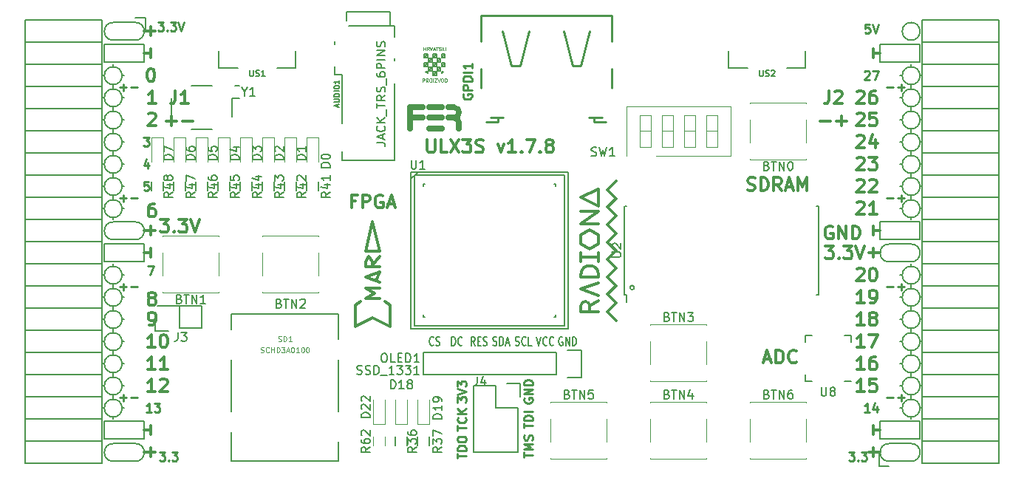
<source format=gto>
G04 #@! TF.FileFunction,Legend,Top*
%FSLAX46Y46*%
G04 Gerber Fmt 4.6, Leading zero omitted, Abs format (unit mm)*
G04 Created by KiCad (PCBNEW 4.0.7+dfsg1-1) date Tue Jan  9 10:34:10 2018*
%MOMM*%
%LPD*%
G01*
G04 APERTURE LIST*
%ADD10C,0.100000*%
%ADD11C,0.300000*%
%ADD12C,0.200000*%
%ADD13C,0.250000*%
%ADD14C,0.150000*%
%ADD15C,0.120000*%
%ADD16C,0.700000*%
%ADD17C,0.254000*%
%ADD18C,0.075000*%
%ADD19C,0.152400*%
%ADD20C,0.124460*%
G04 APERTURE END LIST*
D10*
D11*
X182492000Y-87582000D02*
X182492000Y-88598000D01*
X181984000Y-88090000D02*
X183254000Y-88090000D01*
X182492000Y-110442000D02*
X182492000Y-111458000D01*
X183254000Y-110950000D02*
X181984000Y-110950000D01*
X99688000Y-110442000D02*
X99688000Y-111458000D01*
X98926000Y-110950000D02*
X100196000Y-110950000D01*
X99688000Y-62182000D02*
X99688000Y-63198000D01*
X98926000Y-62690000D02*
X100196000Y-62690000D01*
X99688000Y-85042000D02*
X99688000Y-86058000D01*
X98926000Y-85550000D02*
X100196000Y-85550000D01*
D12*
X97910000Y-63706000D02*
G75*
G03X97910000Y-61674000I0J1016000D01*
G01*
X184270000Y-109934000D02*
G75*
G03X184270000Y-111966000I0J-1016000D01*
G01*
X95370000Y-111966000D02*
X97910000Y-111966000D01*
X95370000Y-109934000D02*
X97910000Y-109934000D01*
X97910000Y-111966000D02*
G75*
G03X97910000Y-109934000I0J1016000D01*
G01*
X95370000Y-109934000D02*
G75*
G03X95370000Y-111966000I0J-1016000D01*
G01*
X95370000Y-61674000D02*
X97910000Y-61674000D01*
X95370000Y-63706000D02*
X97910000Y-63706000D01*
X95370000Y-61674000D02*
G75*
G03X95370000Y-63706000I0J-1016000D01*
G01*
X95370000Y-84534000D02*
X97910000Y-84534000D01*
X95370000Y-86566000D02*
X97910000Y-86566000D01*
X95370000Y-84534000D02*
G75*
G03X95370000Y-86566000I0J-1016000D01*
G01*
X97910000Y-86566000D02*
G75*
G03X97910000Y-84534000I0J1016000D01*
G01*
X187826000Y-62690000D02*
G75*
G03X187826000Y-62690000I-1016000J0D01*
G01*
X184270000Y-89106000D02*
X186810000Y-89106000D01*
X184270000Y-87074000D02*
X186810000Y-87074000D01*
X184270000Y-87074000D02*
G75*
G03X184270000Y-89106000I0J-1016000D01*
G01*
X186810000Y-89106000D02*
G75*
G03X186810000Y-87074000I0J1016000D01*
G01*
X186810000Y-111966000D02*
X184270000Y-111966000D01*
X186810000Y-109934000D02*
X184270000Y-109934000D01*
X186810000Y-111966000D02*
G75*
G03X186810000Y-109934000I0J1016000D01*
G01*
X94354000Y-66246000D02*
X94354000Y-64214000D01*
X98926000Y-66246000D02*
X94354000Y-66246000D01*
X98926000Y-64214000D02*
X98926000Y-66246000D01*
X94354000Y-64214000D02*
X98926000Y-64214000D01*
X94354000Y-87074000D02*
X98926000Y-87074000D01*
X94354000Y-89106000D02*
X94354000Y-87074000D01*
X98926000Y-89106000D02*
X94354000Y-89106000D01*
X98926000Y-87074000D02*
X98926000Y-89106000D01*
X94354000Y-109426000D02*
X98926000Y-109426000D01*
X94354000Y-107394000D02*
X94354000Y-109426000D01*
X98926000Y-107394000D02*
X94354000Y-107394000D01*
X98926000Y-109426000D02*
X98926000Y-107394000D01*
X183254000Y-109426000D02*
X187826000Y-109426000D01*
X183254000Y-107394000D02*
X183254000Y-109426000D01*
X187826000Y-107394000D02*
X187826000Y-109426000D01*
X183254000Y-107394000D02*
X187826000Y-107394000D01*
X183254000Y-66246000D02*
X187826000Y-66246000D01*
X183254000Y-64214000D02*
X183254000Y-66246000D01*
X187826000Y-64214000D02*
X183254000Y-64214000D01*
X187826000Y-66246000D02*
X187826000Y-64214000D01*
X183254000Y-84534000D02*
X187826000Y-84534000D01*
X183254000Y-86566000D02*
X183254000Y-84534000D01*
X187826000Y-86566000D02*
X183254000Y-86566000D01*
X187826000Y-84534000D02*
X187826000Y-86566000D01*
D13*
X96148000Y-69111429D02*
X96909905Y-69111429D01*
X96528953Y-69492381D02*
X96528953Y-68730476D01*
X97386095Y-69111429D02*
X98148000Y-69111429D01*
X96148000Y-81811429D02*
X96909905Y-81811429D01*
X96528953Y-82192381D02*
X96528953Y-81430476D01*
X97386095Y-81811429D02*
X98148000Y-81811429D01*
X96148000Y-91971429D02*
X96909905Y-91971429D01*
X96528953Y-92352381D02*
X96528953Y-91590476D01*
X97386095Y-91971429D02*
X98148000Y-91971429D01*
X96148000Y-104671429D02*
X96909905Y-104671429D01*
X96528953Y-105052381D02*
X96528953Y-104290476D01*
X97386095Y-104671429D02*
X98148000Y-104671429D01*
X184032000Y-104671429D02*
X184793905Y-104671429D01*
X185270095Y-104671429D02*
X186032000Y-104671429D01*
X185651048Y-105052381D02*
X185651048Y-104290476D01*
X184032000Y-91971429D02*
X184793905Y-91971429D01*
X185270095Y-91971429D02*
X186032000Y-91971429D01*
X185651048Y-92352381D02*
X185651048Y-91590476D01*
X184032000Y-81811429D02*
X184793905Y-81811429D01*
X185270095Y-81811429D02*
X186032000Y-81811429D01*
X185651048Y-82192381D02*
X185651048Y-81430476D01*
X184032000Y-69111429D02*
X184793905Y-69111429D01*
X185270095Y-69111429D02*
X186032000Y-69111429D01*
X185651048Y-69492381D02*
X185651048Y-68730476D01*
D11*
X176420000Y-72957143D02*
X177562857Y-72957143D01*
X178277143Y-72957143D02*
X179420000Y-72957143D01*
X178848571Y-73528571D02*
X178848571Y-72385714D01*
D12*
X187826000Y-67770000D02*
G75*
G03X187826000Y-67770000I-1016000J0D01*
G01*
X187826000Y-70310000D02*
G75*
G03X187826000Y-70310000I-1016000J0D01*
G01*
X187826000Y-72850000D02*
G75*
G03X187826000Y-72850000I-1016000J0D01*
G01*
X187826000Y-75390000D02*
G75*
G03X187826000Y-75390000I-1016000J0D01*
G01*
X187826000Y-77930000D02*
G75*
G03X187826000Y-77930000I-1016000J0D01*
G01*
X187826000Y-80470000D02*
G75*
G03X187826000Y-80470000I-1016000J0D01*
G01*
X187826000Y-83010000D02*
G75*
G03X187826000Y-83010000I-1016000J0D01*
G01*
X187826000Y-90630000D02*
G75*
G03X187826000Y-90630000I-1016000J0D01*
G01*
X187826000Y-93170000D02*
G75*
G03X187826000Y-93170000I-1016000J0D01*
G01*
X187826000Y-95710000D02*
G75*
G03X187826000Y-95710000I-1016000J0D01*
G01*
X187826000Y-98250000D02*
G75*
G03X187826000Y-98250000I-1016000J0D01*
G01*
X187826000Y-100790000D02*
G75*
G03X187826000Y-100790000I-1016000J0D01*
G01*
X187826000Y-103330000D02*
G75*
G03X187826000Y-103330000I-1016000J0D01*
G01*
X187826000Y-105870000D02*
G75*
G03X187826000Y-105870000I-1016000J0D01*
G01*
X96386000Y-105870000D02*
G75*
G03X96386000Y-105870000I-1016000J0D01*
G01*
X96386000Y-103330000D02*
G75*
G03X96386000Y-103330000I-1016000J0D01*
G01*
X96386000Y-100790000D02*
G75*
G03X96386000Y-100790000I-1016000J0D01*
G01*
X96386000Y-98250000D02*
G75*
G03X96386000Y-98250000I-1016000J0D01*
G01*
X96386000Y-95710000D02*
G75*
G03X96386000Y-95710000I-1016000J0D01*
G01*
X96386000Y-93170000D02*
G75*
G03X96386000Y-93170000I-1016000J0D01*
G01*
X96386000Y-90630000D02*
G75*
G03X96386000Y-90630000I-1016000J0D01*
G01*
X96386000Y-83010000D02*
G75*
G03X96386000Y-83010000I-1016000J0D01*
G01*
X96386000Y-80470000D02*
G75*
G03X96386000Y-80470000I-1016000J0D01*
G01*
X96386000Y-77930000D02*
G75*
G03X96386000Y-77930000I-1016000J0D01*
G01*
X96386000Y-75390000D02*
G75*
G03X96386000Y-75390000I-1016000J0D01*
G01*
X96386000Y-72850000D02*
G75*
G03X96386000Y-72850000I-1016000J0D01*
G01*
X96386000Y-70310000D02*
G75*
G03X96386000Y-70310000I-1016000J0D01*
G01*
X96386000Y-67770000D02*
G75*
G03X96386000Y-67770000I-1016000J0D01*
G01*
D11*
X177793143Y-85054000D02*
X177650286Y-84982571D01*
X177436000Y-84982571D01*
X177221715Y-85054000D01*
X177078857Y-85196857D01*
X177007429Y-85339714D01*
X176936000Y-85625429D01*
X176936000Y-85839714D01*
X177007429Y-86125429D01*
X177078857Y-86268286D01*
X177221715Y-86411143D01*
X177436000Y-86482571D01*
X177578857Y-86482571D01*
X177793143Y-86411143D01*
X177864572Y-86339714D01*
X177864572Y-85839714D01*
X177578857Y-85839714D01*
X178507429Y-86482571D02*
X178507429Y-84982571D01*
X179364572Y-86482571D01*
X179364572Y-84982571D01*
X180078858Y-86482571D02*
X180078858Y-84982571D01*
X180436001Y-84982571D01*
X180650286Y-85054000D01*
X180793144Y-85196857D01*
X180864572Y-85339714D01*
X180936001Y-85625429D01*
X180936001Y-85839714D01*
X180864572Y-86125429D01*
X180793144Y-86268286D01*
X180650286Y-86411143D01*
X180436001Y-86482571D01*
X180078858Y-86482571D01*
X182492000Y-86058000D02*
X182492000Y-85042000D01*
X183254000Y-85550000D02*
X182492000Y-85550000D01*
X182492000Y-107902000D02*
X182492000Y-108918000D01*
X182492000Y-108410000D02*
X183254000Y-108410000D01*
D13*
X182047524Y-106322381D02*
X181476095Y-106322381D01*
X181761809Y-106322381D02*
X181761809Y-105322381D01*
X181666571Y-105465238D01*
X181571333Y-105560476D01*
X181476095Y-105608095D01*
X182904667Y-105655714D02*
X182904667Y-106322381D01*
X182666571Y-105274762D02*
X182428476Y-105989048D01*
X183047524Y-105989048D01*
X181476095Y-67317619D02*
X181523714Y-67270000D01*
X181618952Y-67222381D01*
X181857048Y-67222381D01*
X181952286Y-67270000D01*
X181999905Y-67317619D01*
X182047524Y-67412857D01*
X182047524Y-67508095D01*
X181999905Y-67650952D01*
X181428476Y-68222381D01*
X182047524Y-68222381D01*
X182380857Y-67222381D02*
X183047524Y-67222381D01*
X182618952Y-68222381D01*
D11*
X182492000Y-64722000D02*
X182492000Y-65738000D01*
X182492000Y-65230000D02*
X183254000Y-65230000D01*
X99688000Y-107902000D02*
X99688000Y-108918000D01*
X98926000Y-108410000D02*
X99688000Y-108410000D01*
D13*
X98846667Y-74842381D02*
X99465715Y-74842381D01*
X99132381Y-75223333D01*
X99275239Y-75223333D01*
X99370477Y-75270952D01*
X99418096Y-75318571D01*
X99465715Y-75413810D01*
X99465715Y-75651905D01*
X99418096Y-75747143D01*
X99370477Y-75794762D01*
X99275239Y-75842381D01*
X98989524Y-75842381D01*
X98894286Y-75794762D01*
X98846667Y-75747143D01*
X99370477Y-77715714D02*
X99370477Y-78382381D01*
X99132381Y-77334762D02*
X98894286Y-78049048D01*
X99513334Y-78049048D01*
X99418096Y-79922381D02*
X98941905Y-79922381D01*
X98894286Y-80398571D01*
X98941905Y-80350952D01*
X99037143Y-80303333D01*
X99275239Y-80303333D01*
X99370477Y-80350952D01*
X99418096Y-80398571D01*
X99465715Y-80493810D01*
X99465715Y-80731905D01*
X99418096Y-80827143D01*
X99370477Y-80874762D01*
X99275239Y-80922381D01*
X99037143Y-80922381D01*
X98941905Y-80874762D01*
X98894286Y-80827143D01*
X99751524Y-106322381D02*
X99180095Y-106322381D01*
X99465809Y-106322381D02*
X99465809Y-105322381D01*
X99370571Y-105465238D01*
X99275333Y-105560476D01*
X99180095Y-105608095D01*
X100084857Y-105322381D02*
X100703905Y-105322381D01*
X100370571Y-105703333D01*
X100513429Y-105703333D01*
X100608667Y-105750952D01*
X100656286Y-105798571D01*
X100703905Y-105893810D01*
X100703905Y-106131905D01*
X100656286Y-106227143D01*
X100608667Y-106274762D01*
X100513429Y-106322381D01*
X100227714Y-106322381D01*
X100132476Y-106274762D01*
X100084857Y-106227143D01*
X99354667Y-89574381D02*
X100021334Y-89574381D01*
X99592762Y-90574381D01*
D11*
X99688000Y-87582000D02*
X99688000Y-88598000D01*
X98926000Y-88090000D02*
X99688000Y-88090000D01*
X99688000Y-64722000D02*
X99688000Y-65738000D01*
X98926000Y-65230000D02*
X99688000Y-65230000D01*
D13*
X100497810Y-61634381D02*
X101116858Y-61634381D01*
X100783524Y-62015333D01*
X100926382Y-62015333D01*
X101021620Y-62062952D01*
X101069239Y-62110571D01*
X101116858Y-62205810D01*
X101116858Y-62443905D01*
X101069239Y-62539143D01*
X101021620Y-62586762D01*
X100926382Y-62634381D01*
X100640667Y-62634381D01*
X100545429Y-62586762D01*
X100497810Y-62539143D01*
X101545429Y-62539143D02*
X101593048Y-62586762D01*
X101545429Y-62634381D01*
X101497810Y-62586762D01*
X101545429Y-62539143D01*
X101545429Y-62634381D01*
X101926381Y-61634381D02*
X102545429Y-61634381D01*
X102212095Y-62015333D01*
X102354953Y-62015333D01*
X102450191Y-62062952D01*
X102497810Y-62110571D01*
X102545429Y-62205810D01*
X102545429Y-62443905D01*
X102497810Y-62539143D01*
X102450191Y-62586762D01*
X102354953Y-62634381D01*
X102069238Y-62634381D01*
X101974000Y-62586762D01*
X101926381Y-62539143D01*
X102831143Y-61634381D02*
X103164476Y-62634381D01*
X103497810Y-61634381D01*
X179666381Y-110910381D02*
X180285429Y-110910381D01*
X179952095Y-111291333D01*
X180094953Y-111291333D01*
X180190191Y-111338952D01*
X180237810Y-111386571D01*
X180285429Y-111481810D01*
X180285429Y-111719905D01*
X180237810Y-111815143D01*
X180190191Y-111862762D01*
X180094953Y-111910381D01*
X179809238Y-111910381D01*
X179714000Y-111862762D01*
X179666381Y-111815143D01*
X180714000Y-111815143D02*
X180761619Y-111862762D01*
X180714000Y-111910381D01*
X180666381Y-111862762D01*
X180714000Y-111815143D01*
X180714000Y-111910381D01*
X181094952Y-110910381D02*
X181714000Y-110910381D01*
X181380666Y-111291333D01*
X181523524Y-111291333D01*
X181618762Y-111338952D01*
X181666381Y-111386571D01*
X181714000Y-111481810D01*
X181714000Y-111719905D01*
X181666381Y-111815143D01*
X181618762Y-111862762D01*
X181523524Y-111910381D01*
X181237809Y-111910381D01*
X181142571Y-111862762D01*
X181094952Y-111815143D01*
D11*
X100775715Y-84220571D02*
X101704286Y-84220571D01*
X101204286Y-84792000D01*
X101418572Y-84792000D01*
X101561429Y-84863429D01*
X101632858Y-84934857D01*
X101704286Y-85077714D01*
X101704286Y-85434857D01*
X101632858Y-85577714D01*
X101561429Y-85649143D01*
X101418572Y-85720571D01*
X100990000Y-85720571D01*
X100847143Y-85649143D01*
X100775715Y-85577714D01*
X102347143Y-85577714D02*
X102418571Y-85649143D01*
X102347143Y-85720571D01*
X102275714Y-85649143D01*
X102347143Y-85577714D01*
X102347143Y-85720571D01*
X102918572Y-84220571D02*
X103847143Y-84220571D01*
X103347143Y-84792000D01*
X103561429Y-84792000D01*
X103704286Y-84863429D01*
X103775715Y-84934857D01*
X103847143Y-85077714D01*
X103847143Y-85434857D01*
X103775715Y-85577714D01*
X103704286Y-85649143D01*
X103561429Y-85720571D01*
X103132857Y-85720571D01*
X102990000Y-85649143D01*
X102918572Y-85577714D01*
X104275714Y-84220571D02*
X104775714Y-85720571D01*
X105275714Y-84220571D01*
D13*
X100672381Y-110910381D02*
X101291429Y-110910381D01*
X100958095Y-111291333D01*
X101100953Y-111291333D01*
X101196191Y-111338952D01*
X101243810Y-111386571D01*
X101291429Y-111481810D01*
X101291429Y-111719905D01*
X101243810Y-111815143D01*
X101196191Y-111862762D01*
X101100953Y-111910381D01*
X100815238Y-111910381D01*
X100720000Y-111862762D01*
X100672381Y-111815143D01*
X101720000Y-111815143D02*
X101767619Y-111862762D01*
X101720000Y-111910381D01*
X101672381Y-111862762D01*
X101720000Y-111815143D01*
X101720000Y-111910381D01*
X102100952Y-110910381D02*
X102720000Y-110910381D01*
X102386666Y-111291333D01*
X102529524Y-111291333D01*
X102624762Y-111338952D01*
X102672381Y-111386571D01*
X102720000Y-111481810D01*
X102720000Y-111719905D01*
X102672381Y-111815143D01*
X102624762Y-111862762D01*
X102529524Y-111910381D01*
X102243809Y-111910381D01*
X102148571Y-111862762D01*
X102100952Y-111815143D01*
X182047524Y-61888381D02*
X181571333Y-61888381D01*
X181523714Y-62364571D01*
X181571333Y-62316952D01*
X181666571Y-62269333D01*
X181904667Y-62269333D01*
X181999905Y-62316952D01*
X182047524Y-62364571D01*
X182095143Y-62459810D01*
X182095143Y-62697905D01*
X182047524Y-62793143D01*
X181999905Y-62840762D01*
X181904667Y-62888381D01*
X181666571Y-62888381D01*
X181571333Y-62840762D01*
X181523714Y-62793143D01*
X182380857Y-61888381D02*
X182714190Y-62888381D01*
X183047524Y-61888381D01*
D11*
X180587143Y-69631429D02*
X180658572Y-69560000D01*
X180801429Y-69488571D01*
X181158572Y-69488571D01*
X181301429Y-69560000D01*
X181372858Y-69631429D01*
X181444286Y-69774286D01*
X181444286Y-69917143D01*
X181372858Y-70131429D01*
X180515715Y-70988571D01*
X181444286Y-70988571D01*
X182730000Y-69488571D02*
X182444286Y-69488571D01*
X182301429Y-69560000D01*
X182230000Y-69631429D01*
X182087143Y-69845714D01*
X182015714Y-70131429D01*
X182015714Y-70702857D01*
X182087143Y-70845714D01*
X182158571Y-70917143D01*
X182301429Y-70988571D01*
X182587143Y-70988571D01*
X182730000Y-70917143D01*
X182801429Y-70845714D01*
X182872857Y-70702857D01*
X182872857Y-70345714D01*
X182801429Y-70202857D01*
X182730000Y-70131429D01*
X182587143Y-70060000D01*
X182301429Y-70060000D01*
X182158571Y-70131429D01*
X182087143Y-70202857D01*
X182015714Y-70345714D01*
X180587143Y-72171429D02*
X180658572Y-72100000D01*
X180801429Y-72028571D01*
X181158572Y-72028571D01*
X181301429Y-72100000D01*
X181372858Y-72171429D01*
X181444286Y-72314286D01*
X181444286Y-72457143D01*
X181372858Y-72671429D01*
X180515715Y-73528571D01*
X181444286Y-73528571D01*
X182801429Y-72028571D02*
X182087143Y-72028571D01*
X182015714Y-72742857D01*
X182087143Y-72671429D01*
X182230000Y-72600000D01*
X182587143Y-72600000D01*
X182730000Y-72671429D01*
X182801429Y-72742857D01*
X182872857Y-72885714D01*
X182872857Y-73242857D01*
X182801429Y-73385714D01*
X182730000Y-73457143D01*
X182587143Y-73528571D01*
X182230000Y-73528571D01*
X182087143Y-73457143D01*
X182015714Y-73385714D01*
X180587143Y-74711429D02*
X180658572Y-74640000D01*
X180801429Y-74568571D01*
X181158572Y-74568571D01*
X181301429Y-74640000D01*
X181372858Y-74711429D01*
X181444286Y-74854286D01*
X181444286Y-74997143D01*
X181372858Y-75211429D01*
X180515715Y-76068571D01*
X181444286Y-76068571D01*
X182730000Y-75068571D02*
X182730000Y-76068571D01*
X182372857Y-74497143D02*
X182015714Y-75568571D01*
X182944286Y-75568571D01*
X180587143Y-77251429D02*
X180658572Y-77180000D01*
X180801429Y-77108571D01*
X181158572Y-77108571D01*
X181301429Y-77180000D01*
X181372858Y-77251429D01*
X181444286Y-77394286D01*
X181444286Y-77537143D01*
X181372858Y-77751429D01*
X180515715Y-78608571D01*
X181444286Y-78608571D01*
X181944286Y-77108571D02*
X182872857Y-77108571D01*
X182372857Y-77680000D01*
X182587143Y-77680000D01*
X182730000Y-77751429D01*
X182801429Y-77822857D01*
X182872857Y-77965714D01*
X182872857Y-78322857D01*
X182801429Y-78465714D01*
X182730000Y-78537143D01*
X182587143Y-78608571D01*
X182158571Y-78608571D01*
X182015714Y-78537143D01*
X181944286Y-78465714D01*
X180587143Y-79791429D02*
X180658572Y-79720000D01*
X180801429Y-79648571D01*
X181158572Y-79648571D01*
X181301429Y-79720000D01*
X181372858Y-79791429D01*
X181444286Y-79934286D01*
X181444286Y-80077143D01*
X181372858Y-80291429D01*
X180515715Y-81148571D01*
X181444286Y-81148571D01*
X182015714Y-79791429D02*
X182087143Y-79720000D01*
X182230000Y-79648571D01*
X182587143Y-79648571D01*
X182730000Y-79720000D01*
X182801429Y-79791429D01*
X182872857Y-79934286D01*
X182872857Y-80077143D01*
X182801429Y-80291429D01*
X181944286Y-81148571D01*
X182872857Y-81148571D01*
X180587143Y-82331429D02*
X180658572Y-82260000D01*
X180801429Y-82188571D01*
X181158572Y-82188571D01*
X181301429Y-82260000D01*
X181372858Y-82331429D01*
X181444286Y-82474286D01*
X181444286Y-82617143D01*
X181372858Y-82831429D01*
X180515715Y-83688571D01*
X181444286Y-83688571D01*
X182872857Y-83688571D02*
X182015714Y-83688571D01*
X182444286Y-83688571D02*
X182444286Y-82188571D01*
X182301429Y-82402857D01*
X182158571Y-82545714D01*
X182015714Y-82617143D01*
X176975715Y-87268571D02*
X177904286Y-87268571D01*
X177404286Y-87840000D01*
X177618572Y-87840000D01*
X177761429Y-87911429D01*
X177832858Y-87982857D01*
X177904286Y-88125714D01*
X177904286Y-88482857D01*
X177832858Y-88625714D01*
X177761429Y-88697143D01*
X177618572Y-88768571D01*
X177190000Y-88768571D01*
X177047143Y-88697143D01*
X176975715Y-88625714D01*
X178547143Y-88625714D02*
X178618571Y-88697143D01*
X178547143Y-88768571D01*
X178475714Y-88697143D01*
X178547143Y-88625714D01*
X178547143Y-88768571D01*
X179118572Y-87268571D02*
X180047143Y-87268571D01*
X179547143Y-87840000D01*
X179761429Y-87840000D01*
X179904286Y-87911429D01*
X179975715Y-87982857D01*
X180047143Y-88125714D01*
X180047143Y-88482857D01*
X179975715Y-88625714D01*
X179904286Y-88697143D01*
X179761429Y-88768571D01*
X179332857Y-88768571D01*
X179190000Y-88697143D01*
X179118572Y-88625714D01*
X180475714Y-87268571D02*
X180975714Y-88768571D01*
X181475714Y-87268571D01*
X180587143Y-89951429D02*
X180658572Y-89880000D01*
X180801429Y-89808571D01*
X181158572Y-89808571D01*
X181301429Y-89880000D01*
X181372858Y-89951429D01*
X181444286Y-90094286D01*
X181444286Y-90237143D01*
X181372858Y-90451429D01*
X180515715Y-91308571D01*
X181444286Y-91308571D01*
X182372857Y-89808571D02*
X182515714Y-89808571D01*
X182658571Y-89880000D01*
X182730000Y-89951429D01*
X182801429Y-90094286D01*
X182872857Y-90380000D01*
X182872857Y-90737143D01*
X182801429Y-91022857D01*
X182730000Y-91165714D01*
X182658571Y-91237143D01*
X182515714Y-91308571D01*
X182372857Y-91308571D01*
X182230000Y-91237143D01*
X182158571Y-91165714D01*
X182087143Y-91022857D01*
X182015714Y-90737143D01*
X182015714Y-90380000D01*
X182087143Y-90094286D01*
X182158571Y-89951429D01*
X182230000Y-89880000D01*
X182372857Y-89808571D01*
X181444286Y-93848571D02*
X180587143Y-93848571D01*
X181015715Y-93848571D02*
X181015715Y-92348571D01*
X180872858Y-92562857D01*
X180730000Y-92705714D01*
X180587143Y-92777143D01*
X182158571Y-93848571D02*
X182444286Y-93848571D01*
X182587143Y-93777143D01*
X182658571Y-93705714D01*
X182801429Y-93491429D01*
X182872857Y-93205714D01*
X182872857Y-92634286D01*
X182801429Y-92491429D01*
X182730000Y-92420000D01*
X182587143Y-92348571D01*
X182301429Y-92348571D01*
X182158571Y-92420000D01*
X182087143Y-92491429D01*
X182015714Y-92634286D01*
X182015714Y-92991429D01*
X182087143Y-93134286D01*
X182158571Y-93205714D01*
X182301429Y-93277143D01*
X182587143Y-93277143D01*
X182730000Y-93205714D01*
X182801429Y-93134286D01*
X182872857Y-92991429D01*
X181444286Y-96388571D02*
X180587143Y-96388571D01*
X181015715Y-96388571D02*
X181015715Y-94888571D01*
X180872858Y-95102857D01*
X180730000Y-95245714D01*
X180587143Y-95317143D01*
X182301429Y-95531429D02*
X182158571Y-95460000D01*
X182087143Y-95388571D01*
X182015714Y-95245714D01*
X182015714Y-95174286D01*
X182087143Y-95031429D01*
X182158571Y-94960000D01*
X182301429Y-94888571D01*
X182587143Y-94888571D01*
X182730000Y-94960000D01*
X182801429Y-95031429D01*
X182872857Y-95174286D01*
X182872857Y-95245714D01*
X182801429Y-95388571D01*
X182730000Y-95460000D01*
X182587143Y-95531429D01*
X182301429Y-95531429D01*
X182158571Y-95602857D01*
X182087143Y-95674286D01*
X182015714Y-95817143D01*
X182015714Y-96102857D01*
X182087143Y-96245714D01*
X182158571Y-96317143D01*
X182301429Y-96388571D01*
X182587143Y-96388571D01*
X182730000Y-96317143D01*
X182801429Y-96245714D01*
X182872857Y-96102857D01*
X182872857Y-95817143D01*
X182801429Y-95674286D01*
X182730000Y-95602857D01*
X182587143Y-95531429D01*
X181444286Y-98928571D02*
X180587143Y-98928571D01*
X181015715Y-98928571D02*
X181015715Y-97428571D01*
X180872858Y-97642857D01*
X180730000Y-97785714D01*
X180587143Y-97857143D01*
X181944286Y-97428571D02*
X182944286Y-97428571D01*
X182301429Y-98928571D01*
X181444286Y-101468571D02*
X180587143Y-101468571D01*
X181015715Y-101468571D02*
X181015715Y-99968571D01*
X180872858Y-100182857D01*
X180730000Y-100325714D01*
X180587143Y-100397143D01*
X182730000Y-99968571D02*
X182444286Y-99968571D01*
X182301429Y-100040000D01*
X182230000Y-100111429D01*
X182087143Y-100325714D01*
X182015714Y-100611429D01*
X182015714Y-101182857D01*
X182087143Y-101325714D01*
X182158571Y-101397143D01*
X182301429Y-101468571D01*
X182587143Y-101468571D01*
X182730000Y-101397143D01*
X182801429Y-101325714D01*
X182872857Y-101182857D01*
X182872857Y-100825714D01*
X182801429Y-100682857D01*
X182730000Y-100611429D01*
X182587143Y-100540000D01*
X182301429Y-100540000D01*
X182158571Y-100611429D01*
X182087143Y-100682857D01*
X182015714Y-100825714D01*
X181444286Y-104008571D02*
X180587143Y-104008571D01*
X181015715Y-104008571D02*
X181015715Y-102508571D01*
X180872858Y-102722857D01*
X180730000Y-102865714D01*
X180587143Y-102937143D01*
X182801429Y-102508571D02*
X182087143Y-102508571D01*
X182015714Y-103222857D01*
X182087143Y-103151429D01*
X182230000Y-103080000D01*
X182587143Y-103080000D01*
X182730000Y-103151429D01*
X182801429Y-103222857D01*
X182872857Y-103365714D01*
X182872857Y-103722857D01*
X182801429Y-103865714D01*
X182730000Y-103937143D01*
X182587143Y-104008571D01*
X182230000Y-104008571D01*
X182087143Y-103937143D01*
X182015714Y-103865714D01*
D12*
X186810000Y-66500000D02*
X186810000Y-66754000D01*
X187826000Y-67770000D02*
X188080000Y-67770000D01*
X185540000Y-67770000D02*
X185794000Y-67770000D01*
X186810000Y-69294000D02*
X186810000Y-68786000D01*
X187826000Y-70310000D02*
X188080000Y-70310000D01*
X185540000Y-70310000D02*
X185794000Y-70310000D01*
X186810000Y-71326000D02*
X186810000Y-71834000D01*
X187826000Y-72850000D02*
X188080000Y-72850000D01*
X185540000Y-72850000D02*
X185794000Y-72850000D01*
X186810000Y-73866000D02*
X186810000Y-74374000D01*
X187826000Y-75390000D02*
X188080000Y-75390000D01*
X185540000Y-75390000D02*
X185794000Y-75390000D01*
X186810000Y-76406000D02*
X186810000Y-76914000D01*
X187826000Y-77930000D02*
X188080000Y-77930000D01*
X185540000Y-77930000D02*
X185794000Y-77930000D01*
X186810000Y-79454000D02*
X186810000Y-78946000D01*
X187826000Y-80470000D02*
X188080000Y-80470000D01*
X185540000Y-80470000D02*
X185794000Y-80470000D01*
X186810000Y-81994000D02*
X186810000Y-81486000D01*
X187826000Y-83010000D02*
X188080000Y-83010000D01*
X185540000Y-83010000D02*
X185794000Y-83010000D01*
X186810000Y-84026000D02*
X186810000Y-84280000D01*
X186810000Y-89360000D02*
X186810000Y-89614000D01*
X187826000Y-90630000D02*
X188080000Y-90630000D01*
X185540000Y-90630000D02*
X185794000Y-90630000D01*
X186810000Y-91646000D02*
X186810000Y-92154000D01*
X187826000Y-93170000D02*
X188080000Y-93170000D01*
X185540000Y-93170000D02*
X185794000Y-93170000D01*
X186810000Y-94186000D02*
X186810000Y-94694000D01*
X187826000Y-95710000D02*
X188080000Y-95710000D01*
X185540000Y-95710000D02*
X185794000Y-95710000D01*
X186810000Y-97234000D02*
X186810000Y-96726000D01*
X187826000Y-98250000D02*
X188080000Y-98250000D01*
X185540000Y-98250000D02*
X185794000Y-98250000D01*
X187826000Y-100790000D02*
X188080000Y-100790000D01*
X185540000Y-100790000D02*
X185794000Y-100790000D01*
X186810000Y-99266000D02*
X186810000Y-99774000D01*
X186810000Y-102314000D02*
X186810000Y-101806000D01*
X187826000Y-103330000D02*
X188080000Y-103330000D01*
X185540000Y-103330000D02*
X185794000Y-103330000D01*
X186810000Y-104346000D02*
X186810000Y-104854000D01*
X185540000Y-105870000D02*
X185794000Y-105870000D01*
X187826000Y-105870000D02*
X188080000Y-105870000D01*
X186810000Y-106886000D02*
X186810000Y-107140000D01*
X95370000Y-66754000D02*
X95370000Y-66500000D01*
X96386000Y-67770000D02*
X96640000Y-67770000D01*
X94100000Y-67770000D02*
X94354000Y-67770000D01*
X95370000Y-68786000D02*
X95370000Y-69294000D01*
X96386000Y-70310000D02*
X96640000Y-70310000D01*
X94100000Y-70310000D02*
X94354000Y-70310000D01*
X95370000Y-71326000D02*
X95370000Y-71834000D01*
X96386000Y-72850000D02*
X96640000Y-72850000D01*
X94100000Y-72850000D02*
X94354000Y-72850000D01*
X95370000Y-73866000D02*
X95370000Y-74374000D01*
X96386000Y-75390000D02*
X96640000Y-75390000D01*
X95370000Y-76406000D02*
X95370000Y-76914000D01*
X96386000Y-77930000D02*
X96640000Y-77930000D01*
X94100000Y-77930000D02*
X94354000Y-77930000D01*
X95370000Y-79454000D02*
X95370000Y-78946000D01*
X96386000Y-80470000D02*
X96640000Y-80470000D01*
X94100000Y-80470000D02*
X94354000Y-80470000D01*
X95370000Y-81486000D02*
X95370000Y-81994000D01*
X96386000Y-83010000D02*
X96640000Y-83010000D01*
X95370000Y-84026000D02*
X95370000Y-84280000D01*
X94100000Y-83010000D02*
X94354000Y-83010000D01*
X95370000Y-106886000D02*
X95370000Y-107140000D01*
X95370000Y-89360000D02*
X95370000Y-89614000D01*
X96386000Y-93170000D02*
X96640000Y-93170000D01*
X94100000Y-93170000D02*
X94354000Y-93170000D01*
X95370000Y-94186000D02*
X95370000Y-94694000D01*
X94100000Y-90630000D02*
X94354000Y-90630000D01*
X96386000Y-90630000D02*
X96640000Y-90630000D01*
X95370000Y-92154000D02*
X95370000Y-91646000D01*
X96386000Y-95710000D02*
X96640000Y-95710000D01*
X94100000Y-95710000D02*
X94354000Y-95710000D01*
X96386000Y-98250000D02*
X96640000Y-98250000D01*
X94354000Y-98250000D02*
X94100000Y-98250000D01*
X95370000Y-96726000D02*
X95370000Y-97234000D01*
X95370000Y-99266000D02*
X95370000Y-99774000D01*
X94100000Y-100790000D02*
X94354000Y-100790000D01*
X96386000Y-100790000D02*
X96640000Y-100790000D01*
X94100000Y-103330000D02*
X94354000Y-103330000D01*
X96386000Y-103330000D02*
X96640000Y-103330000D01*
X95370000Y-101806000D02*
X95370000Y-102314000D01*
X95370000Y-104346000D02*
X95370000Y-104854000D01*
X96386000Y-105870000D02*
X96640000Y-105870000D01*
X94100000Y-105870000D02*
X94354000Y-105870000D01*
D11*
X101490000Y-72957143D02*
X102632857Y-72957143D01*
X102061428Y-73528571D02*
X102061428Y-72385714D01*
X103347143Y-72957143D02*
X104490000Y-72957143D01*
X100164286Y-104008571D02*
X99307143Y-104008571D01*
X99735715Y-104008571D02*
X99735715Y-102508571D01*
X99592858Y-102722857D01*
X99450000Y-102865714D01*
X99307143Y-102937143D01*
X100735714Y-102651429D02*
X100807143Y-102580000D01*
X100950000Y-102508571D01*
X101307143Y-102508571D01*
X101450000Y-102580000D01*
X101521429Y-102651429D01*
X101592857Y-102794286D01*
X101592857Y-102937143D01*
X101521429Y-103151429D01*
X100664286Y-104008571D01*
X101592857Y-104008571D01*
X100164286Y-101468571D02*
X99307143Y-101468571D01*
X99735715Y-101468571D02*
X99735715Y-99968571D01*
X99592858Y-100182857D01*
X99450000Y-100325714D01*
X99307143Y-100397143D01*
X101592857Y-101468571D02*
X100735714Y-101468571D01*
X101164286Y-101468571D02*
X101164286Y-99968571D01*
X101021429Y-100182857D01*
X100878571Y-100325714D01*
X100735714Y-100397143D01*
X100164286Y-98928571D02*
X99307143Y-98928571D01*
X99735715Y-98928571D02*
X99735715Y-97428571D01*
X99592858Y-97642857D01*
X99450000Y-97785714D01*
X99307143Y-97857143D01*
X101092857Y-97428571D02*
X101235714Y-97428571D01*
X101378571Y-97500000D01*
X101450000Y-97571429D01*
X101521429Y-97714286D01*
X101592857Y-98000000D01*
X101592857Y-98357143D01*
X101521429Y-98642857D01*
X101450000Y-98785714D01*
X101378571Y-98857143D01*
X101235714Y-98928571D01*
X101092857Y-98928571D01*
X100950000Y-98857143D01*
X100878571Y-98785714D01*
X100807143Y-98642857D01*
X100735714Y-98357143D01*
X100735714Y-98000000D01*
X100807143Y-97714286D01*
X100878571Y-97571429D01*
X100950000Y-97500000D01*
X101092857Y-97428571D01*
X99529286Y-96388571D02*
X99815001Y-96388571D01*
X99957858Y-96317143D01*
X100029286Y-96245714D01*
X100172144Y-96031429D01*
X100243572Y-95745714D01*
X100243572Y-95174286D01*
X100172144Y-95031429D01*
X100100715Y-94960000D01*
X99957858Y-94888571D01*
X99672144Y-94888571D01*
X99529286Y-94960000D01*
X99457858Y-95031429D01*
X99386429Y-95174286D01*
X99386429Y-95531429D01*
X99457858Y-95674286D01*
X99529286Y-95745714D01*
X99672144Y-95817143D01*
X99957858Y-95817143D01*
X100100715Y-95745714D01*
X100172144Y-95674286D01*
X100243572Y-95531429D01*
X99672144Y-93245429D02*
X99529286Y-93174000D01*
X99457858Y-93102571D01*
X99386429Y-92959714D01*
X99386429Y-92888286D01*
X99457858Y-92745429D01*
X99529286Y-92674000D01*
X99672144Y-92602571D01*
X99957858Y-92602571D01*
X100100715Y-92674000D01*
X100172144Y-92745429D01*
X100243572Y-92888286D01*
X100243572Y-92959714D01*
X100172144Y-93102571D01*
X100100715Y-93174000D01*
X99957858Y-93245429D01*
X99672144Y-93245429D01*
X99529286Y-93316857D01*
X99457858Y-93388286D01*
X99386429Y-93531143D01*
X99386429Y-93816857D01*
X99457858Y-93959714D01*
X99529286Y-94031143D01*
X99672144Y-94102571D01*
X99957858Y-94102571D01*
X100100715Y-94031143D01*
X100172144Y-93959714D01*
X100243572Y-93816857D01*
X100243572Y-93531143D01*
X100172144Y-93388286D01*
X100100715Y-93316857D01*
X99957858Y-93245429D01*
X100100715Y-82442571D02*
X99815001Y-82442571D01*
X99672144Y-82514000D01*
X99600715Y-82585429D01*
X99457858Y-82799714D01*
X99386429Y-83085429D01*
X99386429Y-83656857D01*
X99457858Y-83799714D01*
X99529286Y-83871143D01*
X99672144Y-83942571D01*
X99957858Y-83942571D01*
X100100715Y-83871143D01*
X100172144Y-83799714D01*
X100243572Y-83656857D01*
X100243572Y-83299714D01*
X100172144Y-83156857D01*
X100100715Y-83085429D01*
X99957858Y-83014000D01*
X99672144Y-83014000D01*
X99529286Y-83085429D01*
X99457858Y-83156857D01*
X99386429Y-83299714D01*
X99386429Y-72171429D02*
X99457858Y-72100000D01*
X99600715Y-72028571D01*
X99957858Y-72028571D01*
X100100715Y-72100000D01*
X100172144Y-72171429D01*
X100243572Y-72314286D01*
X100243572Y-72457143D01*
X100172144Y-72671429D01*
X99315001Y-73528571D01*
X100243572Y-73528571D01*
X100243572Y-70988571D02*
X99386429Y-70988571D01*
X99815001Y-70988571D02*
X99815001Y-69488571D01*
X99672144Y-69702857D01*
X99529286Y-69845714D01*
X99386429Y-69917143D01*
X99616572Y-66948571D02*
X99759429Y-66948571D01*
X99902286Y-67020000D01*
X99973715Y-67091429D01*
X100045144Y-67234286D01*
X100116572Y-67520000D01*
X100116572Y-67877143D01*
X100045144Y-68162857D01*
X99973715Y-68305714D01*
X99902286Y-68377143D01*
X99759429Y-68448571D01*
X99616572Y-68448571D01*
X99473715Y-68377143D01*
X99402286Y-68305714D01*
X99330858Y-68162857D01*
X99259429Y-67877143D01*
X99259429Y-67520000D01*
X99330858Y-67234286D01*
X99402286Y-67091429D01*
X99473715Y-67020000D01*
X99616572Y-66948571D01*
X131371430Y-75076571D02*
X131371430Y-76290857D01*
X131442858Y-76433714D01*
X131514287Y-76505143D01*
X131657144Y-76576571D01*
X131942858Y-76576571D01*
X132085716Y-76505143D01*
X132157144Y-76433714D01*
X132228573Y-76290857D01*
X132228573Y-75076571D01*
X133657145Y-76576571D02*
X132942859Y-76576571D01*
X132942859Y-75076571D01*
X134014288Y-75076571D02*
X135014288Y-76576571D01*
X135014288Y-75076571D02*
X134014288Y-76576571D01*
X135442859Y-75076571D02*
X136371430Y-75076571D01*
X135871430Y-75648000D01*
X136085716Y-75648000D01*
X136228573Y-75719429D01*
X136300002Y-75790857D01*
X136371430Y-75933714D01*
X136371430Y-76290857D01*
X136300002Y-76433714D01*
X136228573Y-76505143D01*
X136085716Y-76576571D01*
X135657144Y-76576571D01*
X135514287Y-76505143D01*
X135442859Y-76433714D01*
X136942858Y-76505143D02*
X137157144Y-76576571D01*
X137514287Y-76576571D01*
X137657144Y-76505143D01*
X137728573Y-76433714D01*
X137800001Y-76290857D01*
X137800001Y-76148000D01*
X137728573Y-76005143D01*
X137657144Y-75933714D01*
X137514287Y-75862286D01*
X137228573Y-75790857D01*
X137085715Y-75719429D01*
X137014287Y-75648000D01*
X136942858Y-75505143D01*
X136942858Y-75362286D01*
X137014287Y-75219429D01*
X137085715Y-75148000D01*
X137228573Y-75076571D01*
X137585715Y-75076571D01*
X137800001Y-75148000D01*
X139442858Y-75576571D02*
X139800001Y-76576571D01*
X140157143Y-75576571D01*
X141514286Y-76576571D02*
X140657143Y-76576571D01*
X141085715Y-76576571D02*
X141085715Y-75076571D01*
X140942858Y-75290857D01*
X140800000Y-75433714D01*
X140657143Y-75505143D01*
X142157143Y-76433714D02*
X142228571Y-76505143D01*
X142157143Y-76576571D01*
X142085714Y-76505143D01*
X142157143Y-76433714D01*
X142157143Y-76576571D01*
X142728572Y-75076571D02*
X143728572Y-75076571D01*
X143085715Y-76576571D01*
X144300000Y-76433714D02*
X144371428Y-76505143D01*
X144300000Y-76576571D01*
X144228571Y-76505143D01*
X144300000Y-76433714D01*
X144300000Y-76576571D01*
X145228572Y-75719429D02*
X145085714Y-75648000D01*
X145014286Y-75576571D01*
X144942857Y-75433714D01*
X144942857Y-75362286D01*
X145014286Y-75219429D01*
X145085714Y-75148000D01*
X145228572Y-75076571D01*
X145514286Y-75076571D01*
X145657143Y-75148000D01*
X145728572Y-75219429D01*
X145800000Y-75362286D01*
X145800000Y-75433714D01*
X145728572Y-75576571D01*
X145657143Y-75648000D01*
X145514286Y-75719429D01*
X145228572Y-75719429D01*
X145085714Y-75790857D01*
X145014286Y-75862286D01*
X144942857Y-76005143D01*
X144942857Y-76290857D01*
X145014286Y-76433714D01*
X145085714Y-76505143D01*
X145228572Y-76576571D01*
X145514286Y-76576571D01*
X145657143Y-76505143D01*
X145728572Y-76433714D01*
X145800000Y-76290857D01*
X145800000Y-76005143D01*
X145728572Y-75862286D01*
X145657143Y-75790857D01*
X145514286Y-75719429D01*
X123159429Y-82140857D02*
X122659429Y-82140857D01*
X122659429Y-82926571D02*
X122659429Y-81426571D01*
X123373715Y-81426571D01*
X123945143Y-82926571D02*
X123945143Y-81426571D01*
X124516571Y-81426571D01*
X124659429Y-81498000D01*
X124730857Y-81569429D01*
X124802286Y-81712286D01*
X124802286Y-81926571D01*
X124730857Y-82069429D01*
X124659429Y-82140857D01*
X124516571Y-82212286D01*
X123945143Y-82212286D01*
X126230857Y-81498000D02*
X126088000Y-81426571D01*
X125873714Y-81426571D01*
X125659429Y-81498000D01*
X125516571Y-81640857D01*
X125445143Y-81783714D01*
X125373714Y-82069429D01*
X125373714Y-82283714D01*
X125445143Y-82569429D01*
X125516571Y-82712286D01*
X125659429Y-82855143D01*
X125873714Y-82926571D01*
X126016571Y-82926571D01*
X126230857Y-82855143D01*
X126302286Y-82783714D01*
X126302286Y-82283714D01*
X126016571Y-82283714D01*
X126873714Y-82498000D02*
X127588000Y-82498000D01*
X126730857Y-82926571D02*
X127230857Y-81426571D01*
X127730857Y-82926571D01*
X168077929Y-80886643D02*
X168292215Y-80958071D01*
X168649358Y-80958071D01*
X168792215Y-80886643D01*
X168863644Y-80815214D01*
X168935072Y-80672357D01*
X168935072Y-80529500D01*
X168863644Y-80386643D01*
X168792215Y-80315214D01*
X168649358Y-80243786D01*
X168363644Y-80172357D01*
X168220786Y-80100929D01*
X168149358Y-80029500D01*
X168077929Y-79886643D01*
X168077929Y-79743786D01*
X168149358Y-79600929D01*
X168220786Y-79529500D01*
X168363644Y-79458071D01*
X168720786Y-79458071D01*
X168935072Y-79529500D01*
X169577929Y-80958071D02*
X169577929Y-79458071D01*
X169935072Y-79458071D01*
X170149357Y-79529500D01*
X170292215Y-79672357D01*
X170363643Y-79815214D01*
X170435072Y-80100929D01*
X170435072Y-80315214D01*
X170363643Y-80600929D01*
X170292215Y-80743786D01*
X170149357Y-80886643D01*
X169935072Y-80958071D01*
X169577929Y-80958071D01*
X171935072Y-80958071D02*
X171435072Y-80243786D01*
X171077929Y-80958071D02*
X171077929Y-79458071D01*
X171649357Y-79458071D01*
X171792215Y-79529500D01*
X171863643Y-79600929D01*
X171935072Y-79743786D01*
X171935072Y-79958071D01*
X171863643Y-80100929D01*
X171792215Y-80172357D01*
X171649357Y-80243786D01*
X171077929Y-80243786D01*
X172506500Y-80529500D02*
X173220786Y-80529500D01*
X172363643Y-80958071D02*
X172863643Y-79458071D01*
X173363643Y-80958071D01*
X173863643Y-80958071D02*
X173863643Y-79458071D01*
X174363643Y-80529500D01*
X174863643Y-79458071D01*
X174863643Y-80958071D01*
X169966857Y-100278000D02*
X170681143Y-100278000D01*
X169824000Y-100706571D02*
X170324000Y-99206571D01*
X170824000Y-100706571D01*
X171324000Y-100706571D02*
X171324000Y-99206571D01*
X171681143Y-99206571D01*
X171895428Y-99278000D01*
X172038286Y-99420857D01*
X172109714Y-99563714D01*
X172181143Y-99849429D01*
X172181143Y-100063714D01*
X172109714Y-100349429D01*
X172038286Y-100492286D01*
X171895428Y-100635143D01*
X171681143Y-100706571D01*
X171324000Y-100706571D01*
X173681143Y-100563714D02*
X173609714Y-100635143D01*
X173395428Y-100706571D01*
X173252571Y-100706571D01*
X173038286Y-100635143D01*
X172895428Y-100492286D01*
X172824000Y-100349429D01*
X172752571Y-100063714D01*
X172752571Y-99849429D01*
X172824000Y-99563714D01*
X172895428Y-99420857D01*
X173038286Y-99278000D01*
X173252571Y-99206571D01*
X173395428Y-99206571D01*
X173609714Y-99278000D01*
X173681143Y-99349429D01*
D13*
X142447381Y-111521333D02*
X142447381Y-110949904D01*
X143447381Y-111235619D02*
X142447381Y-111235619D01*
X143447381Y-110616571D02*
X142447381Y-110616571D01*
X143161667Y-110283237D01*
X142447381Y-109949904D01*
X143447381Y-109949904D01*
X143399762Y-109521333D02*
X143447381Y-109378476D01*
X143447381Y-109140380D01*
X143399762Y-109045142D01*
X143352143Y-108997523D01*
X143256905Y-108949904D01*
X143161667Y-108949904D01*
X143066429Y-108997523D01*
X143018810Y-109045142D01*
X142971190Y-109140380D01*
X142923571Y-109330857D01*
X142875952Y-109426095D01*
X142828333Y-109473714D01*
X142733095Y-109521333D01*
X142637857Y-109521333D01*
X142542619Y-109473714D01*
X142495000Y-109426095D01*
X142447381Y-109330857D01*
X142447381Y-109092761D01*
X142495000Y-108949904D01*
X142447381Y-108163809D02*
X142447381Y-107592380D01*
X143447381Y-107878095D02*
X142447381Y-107878095D01*
X143447381Y-107259047D02*
X142447381Y-107259047D01*
X142447381Y-107020952D01*
X142495000Y-106878094D01*
X142590238Y-106782856D01*
X142685476Y-106735237D01*
X142875952Y-106687618D01*
X143018810Y-106687618D01*
X143209286Y-106735237D01*
X143304524Y-106782856D01*
X143399762Y-106878094D01*
X143447381Y-107020952D01*
X143447381Y-107259047D01*
X143447381Y-106259047D02*
X142447381Y-106259047D01*
X142495000Y-104726904D02*
X142447381Y-104822142D01*
X142447381Y-104964999D01*
X142495000Y-105107857D01*
X142590238Y-105203095D01*
X142685476Y-105250714D01*
X142875952Y-105298333D01*
X143018810Y-105298333D01*
X143209286Y-105250714D01*
X143304524Y-105203095D01*
X143399762Y-105107857D01*
X143447381Y-104964999D01*
X143447381Y-104869761D01*
X143399762Y-104726904D01*
X143352143Y-104679285D01*
X143018810Y-104679285D01*
X143018810Y-104869761D01*
X143447381Y-104250714D02*
X142447381Y-104250714D01*
X143447381Y-103679285D01*
X142447381Y-103679285D01*
X143447381Y-103203095D02*
X142447381Y-103203095D01*
X142447381Y-102965000D01*
X142495000Y-102822142D01*
X142590238Y-102726904D01*
X142685476Y-102679285D01*
X142875952Y-102631666D01*
X143018810Y-102631666D01*
X143209286Y-102679285D01*
X143304524Y-102726904D01*
X143399762Y-102822142D01*
X143447381Y-102965000D01*
X143447381Y-103203095D01*
X134827381Y-111624524D02*
X134827381Y-111053095D01*
X135827381Y-111338810D02*
X134827381Y-111338810D01*
X135827381Y-110719762D02*
X134827381Y-110719762D01*
X134827381Y-110481667D01*
X134875000Y-110338809D01*
X134970238Y-110243571D01*
X135065476Y-110195952D01*
X135255952Y-110148333D01*
X135398810Y-110148333D01*
X135589286Y-110195952D01*
X135684524Y-110243571D01*
X135779762Y-110338809D01*
X135827381Y-110481667D01*
X135827381Y-110719762D01*
X134827381Y-109529286D02*
X134827381Y-109338809D01*
X134875000Y-109243571D01*
X134970238Y-109148333D01*
X135160714Y-109100714D01*
X135494048Y-109100714D01*
X135684524Y-109148333D01*
X135779762Y-109243571D01*
X135827381Y-109338809D01*
X135827381Y-109529286D01*
X135779762Y-109624524D01*
X135684524Y-109719762D01*
X135494048Y-109767381D01*
X135160714Y-109767381D01*
X134970238Y-109719762D01*
X134875000Y-109624524D01*
X134827381Y-109529286D01*
X134827381Y-108425714D02*
X134827381Y-107854285D01*
X135827381Y-108140000D02*
X134827381Y-108140000D01*
X135732143Y-106949523D02*
X135779762Y-106997142D01*
X135827381Y-107139999D01*
X135827381Y-107235237D01*
X135779762Y-107378095D01*
X135684524Y-107473333D01*
X135589286Y-107520952D01*
X135398810Y-107568571D01*
X135255952Y-107568571D01*
X135065476Y-107520952D01*
X134970238Y-107473333D01*
X134875000Y-107378095D01*
X134827381Y-107235237D01*
X134827381Y-107139999D01*
X134875000Y-106997142D01*
X134922619Y-106949523D01*
X135827381Y-106520952D02*
X134827381Y-106520952D01*
X135827381Y-105949523D02*
X135255952Y-106378095D01*
X134827381Y-105949523D02*
X135398810Y-106520952D01*
X134827381Y-105203095D02*
X134827381Y-104584047D01*
X135208333Y-104917381D01*
X135208333Y-104774523D01*
X135255952Y-104679285D01*
X135303571Y-104631666D01*
X135398810Y-104584047D01*
X135636905Y-104584047D01*
X135732143Y-104631666D01*
X135779762Y-104679285D01*
X135827381Y-104774523D01*
X135827381Y-105060238D01*
X135779762Y-105155476D01*
X135732143Y-105203095D01*
X134827381Y-104298333D02*
X135827381Y-103965000D01*
X134827381Y-103631666D01*
X134827381Y-103393571D02*
X134827381Y-102774523D01*
X135208333Y-103107857D01*
X135208333Y-102964999D01*
X135255952Y-102869761D01*
X135303571Y-102822142D01*
X135398810Y-102774523D01*
X135636905Y-102774523D01*
X135732143Y-102822142D01*
X135779762Y-102869761D01*
X135827381Y-102964999D01*
X135827381Y-103250714D01*
X135779762Y-103345952D01*
X135732143Y-103393571D01*
D14*
X85270000Y-112220000D02*
X94100000Y-112220000D01*
X85270000Y-109680000D02*
X85270000Y-112220000D01*
X94100000Y-109680000D02*
X94100000Y-112220000D01*
X94100000Y-112220000D02*
X85270000Y-112220000D01*
X94100000Y-109680000D02*
X85270000Y-109680000D01*
X94100000Y-107140000D02*
X94100000Y-109680000D01*
X85270000Y-107140000D02*
X85270000Y-109680000D01*
X85270000Y-109680000D02*
X94100000Y-109680000D01*
X85270000Y-91900000D02*
X94100000Y-91900000D01*
X85270000Y-89360000D02*
X85270000Y-91900000D01*
X94100000Y-89360000D02*
X94100000Y-91900000D01*
X94100000Y-91900000D02*
X85270000Y-91900000D01*
X94100000Y-94440000D02*
X85270000Y-94440000D01*
X94100000Y-91900000D02*
X94100000Y-94440000D01*
X85270000Y-91900000D02*
X85270000Y-94440000D01*
X85270000Y-94440000D02*
X94100000Y-94440000D01*
X85270000Y-107140000D02*
X94100000Y-107140000D01*
X85270000Y-104600000D02*
X85270000Y-107140000D01*
X94100000Y-104600000D02*
X94100000Y-107140000D01*
X94100000Y-107140000D02*
X85270000Y-107140000D01*
X94100000Y-104600000D02*
X85270000Y-104600000D01*
X94100000Y-102060000D02*
X94100000Y-104600000D01*
X85270000Y-102060000D02*
X85270000Y-104600000D01*
X85270000Y-104600000D02*
X94100000Y-104600000D01*
X85270000Y-102060000D02*
X94100000Y-102060000D01*
X85270000Y-99520000D02*
X85270000Y-102060000D01*
X94100000Y-99520000D02*
X94100000Y-102060000D01*
X94100000Y-102060000D02*
X85270000Y-102060000D01*
X94100000Y-99520000D02*
X85270000Y-99520000D01*
X94100000Y-96980000D02*
X94100000Y-99520000D01*
X85270000Y-96980000D02*
X85270000Y-99520000D01*
X85270000Y-99520000D02*
X94100000Y-99520000D01*
X85270000Y-96980000D02*
X94100000Y-96980000D01*
X85270000Y-94440000D02*
X85270000Y-96980000D01*
X94100000Y-94440000D02*
X94100000Y-96980000D01*
X94100000Y-96980000D02*
X85270000Y-96980000D01*
X94100000Y-79200000D02*
X85270000Y-79200000D01*
X94100000Y-76660000D02*
X94100000Y-79200000D01*
X85270000Y-76660000D02*
X85270000Y-79200000D01*
X85270000Y-79200000D02*
X94100000Y-79200000D01*
X85270000Y-81740000D02*
X94100000Y-81740000D01*
X85270000Y-79200000D02*
X85270000Y-81740000D01*
X94100000Y-79200000D02*
X94100000Y-81740000D01*
X94100000Y-81740000D02*
X85270000Y-81740000D01*
X94100000Y-84280000D02*
X85270000Y-84280000D01*
X94100000Y-81740000D02*
X94100000Y-84280000D01*
X85270000Y-81740000D02*
X85270000Y-84280000D01*
X85270000Y-84280000D02*
X94100000Y-84280000D01*
X85270000Y-86820000D02*
X94100000Y-86820000D01*
X85270000Y-84280000D02*
X85270000Y-86820000D01*
X94100000Y-84280000D02*
X94100000Y-86820000D01*
X94100000Y-86820000D02*
X85270000Y-86820000D01*
X94100000Y-89360000D02*
X85270000Y-89360000D01*
X94100000Y-86820000D02*
X94100000Y-89360000D01*
X85270000Y-86820000D02*
X85270000Y-89360000D01*
X85270000Y-89360000D02*
X94100000Y-89360000D01*
X85270000Y-76660000D02*
X94100000Y-76660000D01*
X85270000Y-74120000D02*
X85270000Y-76660000D01*
X94100000Y-74120000D02*
X94100000Y-76660000D01*
X94100000Y-76660000D02*
X85270000Y-76660000D01*
X94100000Y-74120000D02*
X85270000Y-74120000D01*
X94100000Y-71580000D02*
X94100000Y-74120000D01*
X85270000Y-71580000D02*
X85270000Y-74120000D01*
X85270000Y-74120000D02*
X94100000Y-74120000D01*
X85270000Y-71580000D02*
X94100000Y-71580000D01*
X85270000Y-69040000D02*
X85270000Y-71580000D01*
X94100000Y-69040000D02*
X94100000Y-71580000D01*
X94100000Y-71580000D02*
X85270000Y-71580000D01*
X94100000Y-69040000D02*
X85270000Y-69040000D01*
X94100000Y-66500000D02*
X94100000Y-69040000D01*
X85270000Y-66500000D02*
X85270000Y-69040000D01*
X85270000Y-69040000D02*
X94100000Y-69040000D01*
X85270000Y-66500000D02*
X94100000Y-66500000D01*
X85270000Y-63960000D02*
X85270000Y-66500000D01*
X94100000Y-63960000D02*
X94100000Y-66500000D01*
X94100000Y-66500000D02*
X85270000Y-66500000D01*
X94100000Y-63960000D02*
X85270000Y-63960000D01*
X94100000Y-61420000D02*
X94100000Y-63960000D01*
X99060000Y-62690000D02*
X99060000Y-61140000D01*
X99060000Y-61140000D02*
X97910000Y-61140000D01*
X94100000Y-61420000D02*
X85270000Y-61420000D01*
X85270000Y-61420000D02*
X85270000Y-63960000D01*
X85270000Y-63960000D02*
X94100000Y-63960000D01*
X196910000Y-61420000D02*
X188080000Y-61420000D01*
X196910000Y-63960000D02*
X196910000Y-61420000D01*
X188080000Y-63960000D02*
X188080000Y-61420000D01*
X188080000Y-61420000D02*
X196910000Y-61420000D01*
X188080000Y-63960000D02*
X196910000Y-63960000D01*
X188080000Y-66500000D02*
X188080000Y-63960000D01*
X196910000Y-66500000D02*
X196910000Y-63960000D01*
X196910000Y-63960000D02*
X188080000Y-63960000D01*
X196910000Y-81740000D02*
X188080000Y-81740000D01*
X196910000Y-84280000D02*
X196910000Y-81740000D01*
X188080000Y-84280000D02*
X188080000Y-81740000D01*
X188080000Y-81740000D02*
X196910000Y-81740000D01*
X188080000Y-79200000D02*
X196910000Y-79200000D01*
X188080000Y-81740000D02*
X188080000Y-79200000D01*
X196910000Y-81740000D02*
X196910000Y-79200000D01*
X196910000Y-79200000D02*
X188080000Y-79200000D01*
X196910000Y-66500000D02*
X188080000Y-66500000D01*
X196910000Y-69040000D02*
X196910000Y-66500000D01*
X188080000Y-69040000D02*
X188080000Y-66500000D01*
X188080000Y-66500000D02*
X196910000Y-66500000D01*
X188080000Y-69040000D02*
X196910000Y-69040000D01*
X188080000Y-71580000D02*
X188080000Y-69040000D01*
X196910000Y-71580000D02*
X196910000Y-69040000D01*
X196910000Y-69040000D02*
X188080000Y-69040000D01*
X196910000Y-71580000D02*
X188080000Y-71580000D01*
X196910000Y-74120000D02*
X196910000Y-71580000D01*
X188080000Y-74120000D02*
X188080000Y-71580000D01*
X188080000Y-71580000D02*
X196910000Y-71580000D01*
X188080000Y-74120000D02*
X196910000Y-74120000D01*
X188080000Y-76660000D02*
X188080000Y-74120000D01*
X196910000Y-76660000D02*
X196910000Y-74120000D01*
X196910000Y-74120000D02*
X188080000Y-74120000D01*
X196910000Y-76660000D02*
X188080000Y-76660000D01*
X196910000Y-79200000D02*
X196910000Y-76660000D01*
X188080000Y-79200000D02*
X188080000Y-76660000D01*
X188080000Y-76660000D02*
X196910000Y-76660000D01*
X188080000Y-94440000D02*
X196910000Y-94440000D01*
X188080000Y-96980000D02*
X188080000Y-94440000D01*
X196910000Y-96980000D02*
X196910000Y-94440000D01*
X196910000Y-94440000D02*
X188080000Y-94440000D01*
X196910000Y-91900000D02*
X188080000Y-91900000D01*
X196910000Y-94440000D02*
X196910000Y-91900000D01*
X188080000Y-94440000D02*
X188080000Y-91900000D01*
X188080000Y-91900000D02*
X196910000Y-91900000D01*
X188080000Y-89360000D02*
X196910000Y-89360000D01*
X188080000Y-91900000D02*
X188080000Y-89360000D01*
X196910000Y-91900000D02*
X196910000Y-89360000D01*
X196910000Y-89360000D02*
X188080000Y-89360000D01*
X196910000Y-86820000D02*
X188080000Y-86820000D01*
X196910000Y-89360000D02*
X196910000Y-86820000D01*
X188080000Y-89360000D02*
X188080000Y-86820000D01*
X188080000Y-86820000D02*
X196910000Y-86820000D01*
X188080000Y-84280000D02*
X196910000Y-84280000D01*
X188080000Y-86820000D02*
X188080000Y-84280000D01*
X196910000Y-86820000D02*
X196910000Y-84280000D01*
X196910000Y-84280000D02*
X188080000Y-84280000D01*
X196910000Y-96980000D02*
X188080000Y-96980000D01*
X196910000Y-99520000D02*
X196910000Y-96980000D01*
X188080000Y-99520000D02*
X188080000Y-96980000D01*
X188080000Y-96980000D02*
X196910000Y-96980000D01*
X188080000Y-99520000D02*
X196910000Y-99520000D01*
X188080000Y-102060000D02*
X188080000Y-99520000D01*
X196910000Y-102060000D02*
X196910000Y-99520000D01*
X196910000Y-99520000D02*
X188080000Y-99520000D01*
X196910000Y-102060000D02*
X188080000Y-102060000D01*
X196910000Y-104600000D02*
X196910000Y-102060000D01*
X188080000Y-104600000D02*
X188080000Y-102060000D01*
X188080000Y-102060000D02*
X196910000Y-102060000D01*
X188080000Y-104600000D02*
X196910000Y-104600000D01*
X188080000Y-107140000D02*
X188080000Y-104600000D01*
X196910000Y-107140000D02*
X196910000Y-104600000D01*
X196910000Y-104600000D02*
X188080000Y-104600000D01*
X196910000Y-107140000D02*
X188080000Y-107140000D01*
X196910000Y-109680000D02*
X196910000Y-107140000D01*
X188080000Y-109680000D02*
X188080000Y-107140000D01*
X188080000Y-107140000D02*
X196910000Y-107140000D01*
X188080000Y-109680000D02*
X196910000Y-109680000D01*
X188080000Y-112220000D02*
X188080000Y-109680000D01*
X183120000Y-110950000D02*
X183120000Y-112500000D01*
X183120000Y-112500000D02*
X184270000Y-112500000D01*
X188080000Y-112220000D02*
X196910000Y-112220000D01*
X196910000Y-112220000D02*
X196910000Y-109680000D01*
X196910000Y-109680000D02*
X188080000Y-109680000D01*
X100170000Y-95456000D02*
X100170000Y-97006000D01*
X102990000Y-94186000D02*
X100450000Y-94186000D01*
X100170000Y-97006000D02*
X101720000Y-97006000D01*
X105530000Y-94186000D02*
X102990000Y-94186000D01*
X102990000Y-94186000D02*
X102990000Y-96726000D01*
X102990000Y-96726000D02*
X105530000Y-96726000D01*
X105530000Y-96726000D02*
X105530000Y-94186000D01*
X127715000Y-110180000D02*
X127715000Y-109180000D01*
X129065000Y-109180000D02*
X129065000Y-110180000D01*
X131605000Y-109180000D02*
X131605000Y-110180000D01*
X130255000Y-110180000D02*
X130255000Y-109180000D01*
X116280000Y-64925000D02*
X116280000Y-66925000D01*
X116280000Y-66925000D02*
X114130000Y-66925000D01*
X109630000Y-66925000D02*
X107480000Y-66925000D01*
X107480000Y-66925000D02*
X107480000Y-64975000D01*
X174700000Y-64925000D02*
X174700000Y-66925000D01*
X174700000Y-66925000D02*
X172550000Y-66925000D01*
X168050000Y-66925000D02*
X165900000Y-66925000D01*
X165900000Y-66925000D02*
X165900000Y-64975000D01*
X141725000Y-110950000D02*
X141725000Y-105870000D01*
X142005000Y-103050000D02*
X142005000Y-104600000D01*
X139185000Y-103330000D02*
X139185000Y-105870000D01*
X139185000Y-105870000D02*
X141725000Y-105870000D01*
X141725000Y-110950000D02*
X136645000Y-110950000D01*
X136645000Y-110950000D02*
X136645000Y-105870000D01*
X142005000Y-103050000D02*
X140455000Y-103050000D01*
X136645000Y-103330000D02*
X139185000Y-103330000D01*
X136645000Y-105870000D02*
X136645000Y-103330000D01*
X118905000Y-79970000D02*
X118905000Y-80970000D01*
X117555000Y-80970000D02*
X117555000Y-79970000D01*
X116365000Y-79970000D02*
X116365000Y-80970000D01*
X115015000Y-80970000D02*
X115015000Y-79970000D01*
X113825000Y-79970000D02*
X113825000Y-80970000D01*
X112475000Y-80970000D02*
X112475000Y-79970000D01*
X111285000Y-79970000D02*
X111285000Y-80970000D01*
X109935000Y-80970000D02*
X109935000Y-79970000D01*
X108745000Y-79970000D02*
X108745000Y-80970000D01*
X107395000Y-80970000D02*
X107395000Y-79970000D01*
X106205000Y-79970000D02*
X106205000Y-80970000D01*
X104855000Y-80970000D02*
X104855000Y-79970000D01*
X103665000Y-79970000D02*
X103665000Y-80970000D01*
X102315000Y-80970000D02*
X102315000Y-79970000D01*
X101125000Y-79970000D02*
X101125000Y-80970000D01*
X99775000Y-80970000D02*
X99775000Y-79970000D01*
X174660000Y-102780000D02*
X174660000Y-102030000D01*
X179910000Y-97530000D02*
X179910000Y-98280000D01*
X174660000Y-97530000D02*
X174660000Y-98280000D01*
X179910000Y-102780000D02*
X179160000Y-102780000D01*
X179910000Y-97530000D02*
X179160000Y-97530000D01*
X174660000Y-97530000D02*
X175410000Y-97530000D01*
X174660000Y-102780000D02*
X175410000Y-102780000D01*
X146170000Y-99520000D02*
X130930000Y-99520000D01*
X130930000Y-99520000D02*
X130930000Y-102060000D01*
X130930000Y-102060000D02*
X146170000Y-102060000D01*
X148990000Y-99240000D02*
X147440000Y-99240000D01*
X146170000Y-99520000D02*
X146170000Y-102060000D01*
X147440000Y-102340000D02*
X148990000Y-102340000D01*
X148990000Y-102340000D02*
X148990000Y-99240000D01*
D15*
X168340000Y-77350000D02*
X168340000Y-77320000D01*
X168340000Y-70890000D02*
X168340000Y-70920000D01*
X174800000Y-70890000D02*
X174800000Y-70920000D01*
X174800000Y-77320000D02*
X174800000Y-77350000D01*
X168340000Y-75420000D02*
X168340000Y-72820000D01*
X174800000Y-77350000D02*
X168340000Y-77350000D01*
X174800000Y-75420000D02*
X174800000Y-72820000D01*
X174800000Y-70890000D02*
X168340000Y-70890000D01*
X107490000Y-86130000D02*
X107490000Y-86160000D01*
X107490000Y-92590000D02*
X107490000Y-92560000D01*
X101030000Y-92590000D02*
X101030000Y-92560000D01*
X101030000Y-86160000D02*
X101030000Y-86130000D01*
X107490000Y-88060000D02*
X107490000Y-90660000D01*
X101030000Y-86130000D02*
X107490000Y-86130000D01*
X101030000Y-88060000D02*
X101030000Y-90660000D01*
X101030000Y-92590000D02*
X107490000Y-92590000D01*
X118920000Y-86130000D02*
X118920000Y-86160000D01*
X118920000Y-92590000D02*
X118920000Y-92560000D01*
X112460000Y-92590000D02*
X112460000Y-92560000D01*
X112460000Y-86160000D02*
X112460000Y-86130000D01*
X118920000Y-88060000D02*
X118920000Y-90660000D01*
X112460000Y-86130000D02*
X118920000Y-86130000D01*
X112460000Y-88060000D02*
X112460000Y-90660000D01*
X112460000Y-92590000D02*
X118920000Y-92590000D01*
X163370000Y-96290000D02*
X163370000Y-96320000D01*
X163370000Y-102750000D02*
X163370000Y-102720000D01*
X156910000Y-102750000D02*
X156910000Y-102720000D01*
X156910000Y-96320000D02*
X156910000Y-96290000D01*
X163370000Y-98220000D02*
X163370000Y-100820000D01*
X156910000Y-96290000D02*
X163370000Y-96290000D01*
X156910000Y-98220000D02*
X156910000Y-100820000D01*
X156910000Y-102750000D02*
X163370000Y-102750000D01*
X156910000Y-111640000D02*
X156910000Y-111610000D01*
X156910000Y-105180000D02*
X156910000Y-105210000D01*
X163370000Y-105180000D02*
X163370000Y-105210000D01*
X163370000Y-111610000D02*
X163370000Y-111640000D01*
X156910000Y-109710000D02*
X156910000Y-107110000D01*
X163370000Y-111640000D02*
X156910000Y-111640000D01*
X163370000Y-109710000D02*
X163370000Y-107110000D01*
X163370000Y-105180000D02*
X156910000Y-105180000D01*
X145480000Y-111640000D02*
X145480000Y-111610000D01*
X145480000Y-105180000D02*
X145480000Y-105210000D01*
X151940000Y-105180000D02*
X151940000Y-105210000D01*
X151940000Y-111610000D02*
X151940000Y-111640000D01*
X145480000Y-109710000D02*
X145480000Y-107110000D01*
X151940000Y-111640000D02*
X145480000Y-111640000D01*
X151940000Y-109710000D02*
X151940000Y-107110000D01*
X151940000Y-105180000D02*
X145480000Y-105180000D01*
X168340000Y-111640000D02*
X168340000Y-111610000D01*
X168340000Y-105180000D02*
X168340000Y-105210000D01*
X174800000Y-105180000D02*
X174800000Y-105210000D01*
X174800000Y-111610000D02*
X174800000Y-111640000D01*
X168340000Y-109710000D02*
X168340000Y-107110000D01*
X174800000Y-111640000D02*
X168340000Y-111640000D01*
X174800000Y-109710000D02*
X174800000Y-107110000D01*
X174800000Y-105180000D02*
X168340000Y-105180000D01*
X154160000Y-76965000D02*
X154160000Y-71275000D01*
X154160000Y-71275000D02*
X166120000Y-71275000D01*
X166120000Y-71275000D02*
X166120000Y-76965000D01*
X166120000Y-76965000D02*
X157600000Y-76965000D01*
X155695000Y-75930000D02*
X156965000Y-75930000D01*
X156965000Y-75930000D02*
X156965000Y-72310000D01*
X156965000Y-72310000D02*
X155695000Y-72310000D01*
X155695000Y-72310000D02*
X155695000Y-75930000D01*
X155695000Y-74120000D02*
X156965000Y-74120000D01*
X158235000Y-75930000D02*
X159505000Y-75930000D01*
X159505000Y-75930000D02*
X159505000Y-72310000D01*
X159505000Y-72310000D02*
X158235000Y-72310000D01*
X158235000Y-72310000D02*
X158235000Y-75930000D01*
X158235000Y-74120000D02*
X159505000Y-74120000D01*
X160775000Y-75930000D02*
X162045000Y-75930000D01*
X162045000Y-75930000D02*
X162045000Y-72310000D01*
X162045000Y-72310000D02*
X160775000Y-72310000D01*
X160775000Y-72310000D02*
X160775000Y-75930000D01*
X160775000Y-74120000D02*
X162045000Y-74120000D01*
X163315000Y-75930000D02*
X164585000Y-75930000D01*
X164585000Y-75930000D02*
X164585000Y-72310000D01*
X164585000Y-72310000D02*
X163315000Y-72310000D01*
X163315000Y-72310000D02*
X163315000Y-75930000D01*
X163315000Y-74120000D02*
X164585000Y-74120000D01*
D14*
X130880000Y-80200000D02*
X131080000Y-80200000D01*
X130880000Y-80400000D02*
X130880000Y-80200000D01*
X146080000Y-80200000D02*
X146080000Y-80400000D01*
X145880000Y-80200000D02*
X146080000Y-80200000D01*
X146080000Y-95400000D02*
X146080000Y-95200000D01*
X145880000Y-95400000D02*
X146080000Y-95400000D01*
X130880000Y-95400000D02*
X131080000Y-95400000D01*
X130880000Y-95200000D02*
X130880000Y-95400000D01*
X130280000Y-78800000D02*
X129480000Y-79600000D01*
X129480000Y-96800000D02*
X129480000Y-78800000D01*
X147480000Y-96800000D02*
X129480000Y-96800000D01*
X147480000Y-78800000D02*
X147480000Y-96800000D01*
X129480000Y-78800000D02*
X147480000Y-78800000D01*
X129880000Y-96400000D02*
X129880000Y-79200000D01*
X147080000Y-96400000D02*
X129880000Y-96400000D01*
X147080000Y-79200000D02*
X147080000Y-96400000D01*
X129880000Y-79200000D02*
X147080000Y-79200000D01*
D11*
X149980000Y-94836000D02*
X149980000Y-94136000D01*
X148980000Y-94836000D02*
X148980000Y-94136000D01*
X151980000Y-80836000D02*
X152980000Y-79836000D01*
X152980000Y-81836000D02*
X151980000Y-80836000D01*
X151980000Y-82836000D02*
X152980000Y-81836000D01*
X152980000Y-83836000D02*
X151980000Y-82836000D01*
X151980000Y-84836000D02*
X152980000Y-83836000D01*
X152980000Y-85836000D02*
X151980000Y-84836000D01*
X151980000Y-86836000D02*
X152980000Y-85836000D01*
X152980000Y-87836000D02*
X151980000Y-86836000D01*
X151980000Y-88836000D02*
X152980000Y-87836000D01*
X152980000Y-89836000D02*
X151980000Y-88836000D01*
X151980000Y-90836000D02*
X152980000Y-89836000D01*
X152980000Y-91836000D02*
X151980000Y-90836000D01*
X151980000Y-92836000D02*
X152980000Y-91836000D01*
X152980000Y-93836000D02*
X151980000Y-92836000D01*
X151980000Y-94836000D02*
X152980000Y-93836000D01*
X152980000Y-95836000D02*
X151980000Y-94836000D01*
X150980000Y-90836000D02*
X150980000Y-90536000D01*
X148980000Y-90836000D02*
X148980000Y-90536000D01*
X148980000Y-89036000D02*
X148980000Y-88036000D01*
X150980000Y-89036000D02*
X150980000Y-88036000D01*
X150980000Y-83336000D02*
X148980000Y-83336000D01*
X148980000Y-84736000D02*
X150980000Y-83336000D01*
X149980000Y-94136000D02*
X150980000Y-93536000D01*
X149980000Y-85436000D02*
X150980000Y-86036000D01*
X148980000Y-86036000D02*
X149980000Y-85436000D01*
X149980000Y-87636000D02*
X148980000Y-87036000D01*
X150980000Y-87036000D02*
X149980000Y-87636000D01*
X148980000Y-86036000D02*
X148980000Y-87036000D01*
X150980000Y-87036000D02*
X150980000Y-86036000D01*
X150980000Y-80736000D02*
X150980000Y-82736000D01*
X148980000Y-81736000D02*
X150980000Y-80736000D01*
X150980000Y-82736000D02*
X148980000Y-81736000D01*
X150980000Y-84736000D02*
X148980000Y-84736000D01*
X148980000Y-88536000D02*
X150980000Y-88536000D01*
X150980000Y-90536000D02*
G75*
G03X148980000Y-90536000I-1000000J0D01*
G01*
X150980000Y-90836000D02*
X148980000Y-90836000D01*
X148980000Y-92236000D02*
X150980000Y-91536000D01*
X150980000Y-92936000D02*
X148980000Y-92236000D01*
X149980000Y-94136000D02*
G75*
G03X148980000Y-94136000I-500000J0D01*
G01*
X150980000Y-94836000D02*
X148980000Y-94836000D01*
X124288000Y-92084000D02*
X125888000Y-92084000D01*
X125288000Y-92684000D02*
X124288000Y-92084000D01*
X124288000Y-93284000D02*
X125288000Y-92684000D01*
X125888000Y-93284000D02*
X124288000Y-93284000D01*
X127088000Y-94084000D02*
X126488000Y-93684000D01*
X123088000Y-94084000D02*
X123688000Y-93684000D01*
X123088000Y-96484000D02*
X123088000Y-94084000D01*
X125088000Y-84484000D02*
X124288000Y-87884000D01*
X125888000Y-87884000D02*
X125088000Y-84484000D01*
X124288000Y-87884000D02*
X125888000Y-87884000D01*
X125088000Y-89484000D02*
X125888000Y-88484000D01*
X125088000Y-89084000D02*
X125088000Y-89684000D01*
X124688000Y-88484000D02*
X125088000Y-89084000D01*
X124288000Y-89084000D02*
X124688000Y-88484000D01*
X124288000Y-89684000D02*
X124288000Y-89084000D01*
X124288000Y-89684000D02*
X125888000Y-89684000D01*
X125888000Y-90284000D02*
X125488000Y-91284000D01*
X124288000Y-90884000D02*
X125888000Y-90284000D01*
X125888000Y-91484000D02*
X124288000Y-90884000D01*
X127088000Y-96484000D02*
X127088000Y-94084000D01*
X125088000Y-95484000D02*
X127088000Y-96484000D01*
X123088000Y-96484000D02*
X125088000Y-95484000D01*
D16*
X135000000Y-73196000D02*
X135000000Y-73796000D01*
X135000000Y-73196000D02*
G75*
G03X134400000Y-72596000I-600000J0D01*
G01*
X134400000Y-72596000D02*
G75*
G03X134400000Y-71396000I0J600000D01*
G01*
X133800000Y-72596000D02*
X134400000Y-72596000D01*
X133800000Y-71396000D02*
X134400000Y-71396000D01*
X129400000Y-71396000D02*
X129400000Y-73796000D01*
X131600000Y-73796000D02*
X133000000Y-73796000D01*
X131600000Y-72596000D02*
X133000000Y-72596000D01*
X131600000Y-71396000D02*
X133000000Y-71396000D01*
X129400000Y-71396000D02*
X130800000Y-71396000D01*
X129400000Y-72596000D02*
X130800000Y-72596000D01*
D12*
X131000000Y-66700000D02*
X131400000Y-66300000D01*
X131000000Y-65700000D02*
X131400000Y-65300000D01*
X131500000Y-66200000D02*
X131900000Y-65800000D01*
X132000000Y-65700000D02*
X132400000Y-65300000D01*
X133000000Y-65700000D02*
X133400000Y-65300000D01*
X132500000Y-66200000D02*
X132900000Y-65800000D01*
X132000000Y-66700000D02*
X132400000Y-66300000D01*
X131500000Y-67200000D02*
X131900000Y-66800000D01*
X133000000Y-66700000D02*
X133400000Y-66300000D01*
X132500000Y-67200000D02*
X132900000Y-66800000D01*
X132000000Y-67700000D02*
X132400000Y-67300000D01*
X133200000Y-67300000D02*
X133000000Y-67300000D01*
X133000000Y-67500000D02*
X133200000Y-67300000D01*
X133000000Y-67300000D02*
X133000000Y-67500000D01*
X132400000Y-67300000D02*
X132000000Y-67300000D01*
X132400000Y-67700000D02*
X132400000Y-67300000D01*
X132000000Y-67700000D02*
X132400000Y-67700000D01*
X132000000Y-67300000D02*
X132000000Y-67700000D01*
X131400000Y-67500000D02*
X131200000Y-67300000D01*
X131400000Y-67300000D02*
X131400000Y-67500000D01*
X131200000Y-67300000D02*
X131400000Y-67300000D01*
X132500000Y-67200000D02*
X132500000Y-66800000D01*
X132900000Y-67200000D02*
X132500000Y-67200000D01*
X132900000Y-66800000D02*
X132900000Y-67200000D01*
X132500000Y-66800000D02*
X132900000Y-66800000D01*
X131500000Y-67200000D02*
X131500000Y-66800000D01*
X131900000Y-67200000D02*
X131500000Y-67200000D01*
X131900000Y-66800000D02*
X131900000Y-67200000D01*
X131500000Y-66800000D02*
X131900000Y-66800000D01*
X133400000Y-66300000D02*
X133000000Y-66300000D01*
X133400000Y-66700000D02*
X133400000Y-66300000D01*
X133000000Y-66700000D02*
X133400000Y-66700000D01*
X133000000Y-66300000D02*
X133000000Y-66700000D01*
X132400000Y-66300000D02*
X132000000Y-66300000D01*
X132400000Y-66700000D02*
X132400000Y-66300000D01*
X132000000Y-66700000D02*
X132400000Y-66700000D01*
X132000000Y-66300000D02*
X132000000Y-66700000D01*
X131000000Y-66700000D02*
X131000000Y-66300000D01*
X131400000Y-66700000D02*
X131000000Y-66700000D01*
X131400000Y-66300000D02*
X131400000Y-66700000D01*
X131000000Y-66300000D02*
X131400000Y-66300000D01*
X132900000Y-65800000D02*
X132500000Y-65800000D01*
X132900000Y-66200000D02*
X132900000Y-65800000D01*
X132500000Y-66200000D02*
X132900000Y-66200000D01*
X132500000Y-65800000D02*
X132500000Y-66200000D01*
X131900000Y-65800000D02*
X131500000Y-65800000D01*
X131900000Y-66200000D02*
X131900000Y-65800000D01*
X131500000Y-66200000D02*
X131900000Y-66200000D01*
X131500000Y-65800000D02*
X131500000Y-66200000D01*
X133400000Y-65300000D02*
X133000000Y-65300000D01*
X133400000Y-65700000D02*
X133400000Y-65300000D01*
X133000000Y-65700000D02*
X133400000Y-65700000D01*
X133000000Y-65300000D02*
X133000000Y-65700000D01*
X132000000Y-65700000D02*
X132000000Y-65300000D01*
X132400000Y-65700000D02*
X132000000Y-65700000D01*
X132400000Y-65300000D02*
X132400000Y-65700000D01*
X132000000Y-65300000D02*
X132400000Y-65300000D01*
X131000000Y-65700000D02*
X131000000Y-65300000D01*
X131400000Y-65700000D02*
X131000000Y-65700000D01*
X131400000Y-65300000D02*
X131400000Y-65700000D01*
X131000000Y-65300000D02*
X131400000Y-65300000D01*
D15*
X125150000Y-107670000D02*
X126550000Y-107670000D01*
X126550000Y-107670000D02*
X126550000Y-104870000D01*
X125150000Y-107670000D02*
X125150000Y-104870000D01*
X125170000Y-110180000D02*
X125170000Y-109180000D01*
X126530000Y-109180000D02*
X126530000Y-110180000D01*
X127690000Y-107670000D02*
X129090000Y-107670000D01*
X129090000Y-107670000D02*
X129090000Y-104870000D01*
X127690000Y-107670000D02*
X127690000Y-104870000D01*
X118930000Y-74860000D02*
X117530000Y-74860000D01*
X117530000Y-74860000D02*
X117530000Y-77660000D01*
X118930000Y-74860000D02*
X118930000Y-77660000D01*
X116390000Y-74860000D02*
X114990000Y-74860000D01*
X114990000Y-74860000D02*
X114990000Y-77660000D01*
X116390000Y-74860000D02*
X116390000Y-77660000D01*
X113850000Y-74860000D02*
X112450000Y-74860000D01*
X112450000Y-74860000D02*
X112450000Y-77660000D01*
X113850000Y-74860000D02*
X113850000Y-77660000D01*
X111310000Y-74860000D02*
X109910000Y-74860000D01*
X109910000Y-74860000D02*
X109910000Y-77660000D01*
X111310000Y-74860000D02*
X111310000Y-77660000D01*
X108770000Y-74860000D02*
X107370000Y-74860000D01*
X107370000Y-74860000D02*
X107370000Y-77660000D01*
X108770000Y-74860000D02*
X108770000Y-77660000D01*
X106230000Y-74860000D02*
X104830000Y-74860000D01*
X104830000Y-74860000D02*
X104830000Y-77660000D01*
X106230000Y-74860000D02*
X106230000Y-77660000D01*
X103690000Y-74860000D02*
X102290000Y-74860000D01*
X102290000Y-74860000D02*
X102290000Y-77660000D01*
X103690000Y-74860000D02*
X103690000Y-77660000D01*
X101150000Y-74860000D02*
X99750000Y-74860000D01*
X99750000Y-74860000D02*
X99750000Y-77660000D01*
X101150000Y-74860000D02*
X101150000Y-77660000D01*
X130230000Y-107670000D02*
X131630000Y-107670000D01*
X131630000Y-107670000D02*
X131630000Y-104870000D01*
X130230000Y-107670000D02*
X130230000Y-104870000D01*
D14*
X122080000Y-60448000D02*
X122080000Y-61448000D01*
X127080000Y-60448000D02*
X122080000Y-60448000D01*
X127080000Y-62048000D02*
X127080000Y-60448000D01*
X127580000Y-62048000D02*
X122380000Y-62048000D01*
X120780000Y-64148000D02*
X120780000Y-63848000D01*
X120780000Y-67648000D02*
X120780000Y-66748000D01*
X121580000Y-67648000D02*
X120780000Y-67648000D01*
X121580000Y-73248000D02*
X121580000Y-67648000D01*
X121580000Y-77448000D02*
X121580000Y-76448000D01*
X121580000Y-77448000D02*
X127580000Y-77448000D01*
X127580000Y-68648000D02*
X127580000Y-77448000D01*
X127580000Y-65748000D02*
X127580000Y-66048000D01*
X127580000Y-62048000D02*
X127580000Y-63348000D01*
D17*
X151378260Y-72548160D02*
X150479100Y-72548160D01*
X150479100Y-72548160D02*
X149879660Y-72548160D01*
X140080340Y-72548160D02*
X139480900Y-72548160D01*
X139480900Y-72548160D02*
X138581740Y-72548160D01*
X137481920Y-69149640D02*
X137481920Y-66998260D01*
X137481920Y-63800400D02*
X137481920Y-60892100D01*
X137481920Y-60892100D02*
X152478080Y-60892100D01*
X152478080Y-60892100D02*
X152478080Y-63800400D01*
X152478080Y-66998260D02*
X152478080Y-69149640D01*
X138106760Y-73048540D02*
X139480900Y-73048540D01*
X139480900Y-73048540D02*
X139480900Y-72548160D01*
X150479100Y-72548160D02*
X150479100Y-73048540D01*
X150479100Y-73048540D02*
X151865940Y-73048540D01*
X142981020Y-62632000D02*
X141980260Y-66632500D01*
X141980260Y-66632500D02*
X140982040Y-66632500D01*
X140982040Y-66632500D02*
X139981280Y-62632000D01*
X146978980Y-62632000D02*
X147979740Y-66632500D01*
X147979740Y-66632500D02*
X148977960Y-66632500D01*
X148977960Y-66632500D02*
X149978720Y-62632000D01*
D14*
X121200000Y-111900000D02*
X121200000Y-109750000D01*
X108900000Y-111900000D02*
X121200000Y-111900000D01*
X108900000Y-108650000D02*
X108900000Y-111900000D01*
X108900000Y-100350000D02*
X108900000Y-106250000D01*
X121200000Y-106250000D02*
X121200000Y-100350000D01*
X108900000Y-95100000D02*
X108900000Y-96850000D01*
X121200000Y-95100000D02*
X108900000Y-95100000D01*
X121200000Y-98000000D02*
X121200000Y-95100000D01*
X109300000Y-68920000D02*
X109850000Y-68920000D01*
X109000000Y-72520000D02*
X109000000Y-70320000D01*
X106700000Y-68920000D02*
X104300000Y-68920000D01*
X109000000Y-70320000D02*
X109850000Y-70320000D01*
X106700000Y-73920000D02*
X104300000Y-73920000D01*
X102000000Y-70320000D02*
X102000000Y-72520000D01*
X176193000Y-92880000D02*
X175993000Y-92880000D01*
X176193000Y-82720000D02*
X175993000Y-82720000D01*
X155093000Y-92050000D02*
G75*
G03X155093000Y-92050000I-250000J0D01*
G01*
X154193000Y-92880000D02*
X154193000Y-93700000D01*
X153993000Y-92880000D02*
X154193000Y-92880000D01*
X153993000Y-82720000D02*
X154193000Y-82720000D01*
X176203000Y-82720000D02*
X176203000Y-92880000D01*
X153983000Y-92880000D02*
X153983000Y-82720000D01*
D11*
X102490000Y-69488571D02*
X102490000Y-70560000D01*
X102418572Y-70774286D01*
X102275715Y-70917143D01*
X102061429Y-70988571D01*
X101918572Y-70988571D01*
X103990000Y-70988571D02*
X103132857Y-70988571D01*
X103561429Y-70988571D02*
X103561429Y-69488571D01*
X103418572Y-69702857D01*
X103275714Y-69845714D01*
X103132857Y-69917143D01*
X177420000Y-69488571D02*
X177420000Y-70560000D01*
X177348572Y-70774286D01*
X177205715Y-70917143D01*
X176991429Y-70988571D01*
X176848572Y-70988571D01*
X178062857Y-69631429D02*
X178134286Y-69560000D01*
X178277143Y-69488571D01*
X178634286Y-69488571D01*
X178777143Y-69560000D01*
X178848572Y-69631429D01*
X178920000Y-69774286D01*
X178920000Y-69917143D01*
X178848572Y-70131429D01*
X177991429Y-70988571D01*
X178920000Y-70988571D01*
D14*
X102783667Y-97194381D02*
X102783667Y-97908667D01*
X102736047Y-98051524D01*
X102640809Y-98146762D01*
X102497952Y-98194381D01*
X102402714Y-98194381D01*
X103164619Y-97194381D02*
X103783667Y-97194381D01*
X103450333Y-97575333D01*
X103593191Y-97575333D01*
X103688429Y-97622952D01*
X103736048Y-97670571D01*
X103783667Y-97765810D01*
X103783667Y-98003905D01*
X103736048Y-98099143D01*
X103688429Y-98146762D01*
X103593191Y-98194381D01*
X103307476Y-98194381D01*
X103212238Y-98146762D01*
X103164619Y-98099143D01*
X130112381Y-110322857D02*
X129636190Y-110656191D01*
X130112381Y-110894286D02*
X129112381Y-110894286D01*
X129112381Y-110513333D01*
X129160000Y-110418095D01*
X129207619Y-110370476D01*
X129302857Y-110322857D01*
X129445714Y-110322857D01*
X129540952Y-110370476D01*
X129588571Y-110418095D01*
X129636190Y-110513333D01*
X129636190Y-110894286D01*
X129112381Y-109989524D02*
X129112381Y-109370476D01*
X129493333Y-109703810D01*
X129493333Y-109560952D01*
X129540952Y-109465714D01*
X129588571Y-109418095D01*
X129683810Y-109370476D01*
X129921905Y-109370476D01*
X130017143Y-109418095D01*
X130064762Y-109465714D01*
X130112381Y-109560952D01*
X130112381Y-109846667D01*
X130064762Y-109941905D01*
X130017143Y-109989524D01*
X129112381Y-108513333D02*
X129112381Y-108703810D01*
X129160000Y-108799048D01*
X129207619Y-108846667D01*
X129350476Y-108941905D01*
X129540952Y-108989524D01*
X129921905Y-108989524D01*
X130017143Y-108941905D01*
X130064762Y-108894286D01*
X130112381Y-108799048D01*
X130112381Y-108608571D01*
X130064762Y-108513333D01*
X130017143Y-108465714D01*
X129921905Y-108418095D01*
X129683810Y-108418095D01*
X129588571Y-108465714D01*
X129540952Y-108513333D01*
X129493333Y-108608571D01*
X129493333Y-108799048D01*
X129540952Y-108894286D01*
X129588571Y-108941905D01*
X129683810Y-108989524D01*
X133033381Y-110322857D02*
X132557190Y-110656191D01*
X133033381Y-110894286D02*
X132033381Y-110894286D01*
X132033381Y-110513333D01*
X132081000Y-110418095D01*
X132128619Y-110370476D01*
X132223857Y-110322857D01*
X132366714Y-110322857D01*
X132461952Y-110370476D01*
X132509571Y-110418095D01*
X132557190Y-110513333D01*
X132557190Y-110894286D01*
X132033381Y-109989524D02*
X132033381Y-109370476D01*
X132414333Y-109703810D01*
X132414333Y-109560952D01*
X132461952Y-109465714D01*
X132509571Y-109418095D01*
X132604810Y-109370476D01*
X132842905Y-109370476D01*
X132938143Y-109418095D01*
X132985762Y-109465714D01*
X133033381Y-109560952D01*
X133033381Y-109846667D01*
X132985762Y-109941905D01*
X132938143Y-109989524D01*
X132033381Y-109037143D02*
X132033381Y-108370476D01*
X133033381Y-108799048D01*
X111013334Y-67141667D02*
X111013334Y-67708333D01*
X111046667Y-67775000D01*
X111080000Y-67808333D01*
X111146667Y-67841667D01*
X111280000Y-67841667D01*
X111346667Y-67808333D01*
X111380000Y-67775000D01*
X111413334Y-67708333D01*
X111413334Y-67141667D01*
X111713333Y-67808333D02*
X111813333Y-67841667D01*
X111980000Y-67841667D01*
X112046667Y-67808333D01*
X112080000Y-67775000D01*
X112113333Y-67708333D01*
X112113333Y-67641667D01*
X112080000Y-67575000D01*
X112046667Y-67541667D01*
X111980000Y-67508333D01*
X111846667Y-67475000D01*
X111780000Y-67441667D01*
X111746667Y-67408333D01*
X111713333Y-67341667D01*
X111713333Y-67275000D01*
X111746667Y-67208333D01*
X111780000Y-67175000D01*
X111846667Y-67141667D01*
X112013333Y-67141667D01*
X112113333Y-67175000D01*
X112780000Y-67841667D02*
X112380000Y-67841667D01*
X112580000Y-67841667D02*
X112580000Y-67141667D01*
X112513334Y-67241667D01*
X112446667Y-67308333D01*
X112380000Y-67341667D01*
X169433334Y-67141667D02*
X169433334Y-67708333D01*
X169466667Y-67775000D01*
X169500000Y-67808333D01*
X169566667Y-67841667D01*
X169700000Y-67841667D01*
X169766667Y-67808333D01*
X169800000Y-67775000D01*
X169833334Y-67708333D01*
X169833334Y-67141667D01*
X170133333Y-67808333D02*
X170233333Y-67841667D01*
X170400000Y-67841667D01*
X170466667Y-67808333D01*
X170500000Y-67775000D01*
X170533333Y-67708333D01*
X170533333Y-67641667D01*
X170500000Y-67575000D01*
X170466667Y-67541667D01*
X170400000Y-67508333D01*
X170266667Y-67475000D01*
X170200000Y-67441667D01*
X170166667Y-67408333D01*
X170133333Y-67341667D01*
X170133333Y-67275000D01*
X170166667Y-67208333D01*
X170200000Y-67175000D01*
X170266667Y-67141667D01*
X170433333Y-67141667D01*
X170533333Y-67175000D01*
X170800000Y-67208333D02*
X170833334Y-67175000D01*
X170900000Y-67141667D01*
X171066667Y-67141667D01*
X171133334Y-67175000D01*
X171166667Y-67208333D01*
X171200000Y-67275000D01*
X171200000Y-67341667D01*
X171166667Y-67441667D01*
X170766667Y-67841667D01*
X171200000Y-67841667D01*
X137073667Y-102274381D02*
X137073667Y-102988667D01*
X137026047Y-103131524D01*
X136930809Y-103226762D01*
X136787952Y-103274381D01*
X136692714Y-103274381D01*
X137978429Y-102607714D02*
X137978429Y-103274381D01*
X137740333Y-102226762D02*
X137502238Y-102941048D01*
X138121286Y-102941048D01*
X120206381Y-81112857D02*
X119730190Y-81446191D01*
X120206381Y-81684286D02*
X119206381Y-81684286D01*
X119206381Y-81303333D01*
X119254000Y-81208095D01*
X119301619Y-81160476D01*
X119396857Y-81112857D01*
X119539714Y-81112857D01*
X119634952Y-81160476D01*
X119682571Y-81208095D01*
X119730190Y-81303333D01*
X119730190Y-81684286D01*
X119539714Y-80255714D02*
X120206381Y-80255714D01*
X119158762Y-80493810D02*
X119873048Y-80731905D01*
X119873048Y-80112857D01*
X120206381Y-79208095D02*
X120206381Y-79779524D01*
X120206381Y-79493810D02*
X119206381Y-79493810D01*
X119349238Y-79589048D01*
X119444476Y-79684286D01*
X119492095Y-79779524D01*
X117412381Y-81112857D02*
X116936190Y-81446191D01*
X117412381Y-81684286D02*
X116412381Y-81684286D01*
X116412381Y-81303333D01*
X116460000Y-81208095D01*
X116507619Y-81160476D01*
X116602857Y-81112857D01*
X116745714Y-81112857D01*
X116840952Y-81160476D01*
X116888571Y-81208095D01*
X116936190Y-81303333D01*
X116936190Y-81684286D01*
X116745714Y-80255714D02*
X117412381Y-80255714D01*
X116364762Y-80493810D02*
X117079048Y-80731905D01*
X117079048Y-80112857D01*
X116507619Y-79779524D02*
X116460000Y-79731905D01*
X116412381Y-79636667D01*
X116412381Y-79398571D01*
X116460000Y-79303333D01*
X116507619Y-79255714D01*
X116602857Y-79208095D01*
X116698095Y-79208095D01*
X116840952Y-79255714D01*
X117412381Y-79827143D01*
X117412381Y-79208095D01*
X114872381Y-81112857D02*
X114396190Y-81446191D01*
X114872381Y-81684286D02*
X113872381Y-81684286D01*
X113872381Y-81303333D01*
X113920000Y-81208095D01*
X113967619Y-81160476D01*
X114062857Y-81112857D01*
X114205714Y-81112857D01*
X114300952Y-81160476D01*
X114348571Y-81208095D01*
X114396190Y-81303333D01*
X114396190Y-81684286D01*
X114205714Y-80255714D02*
X114872381Y-80255714D01*
X113824762Y-80493810D02*
X114539048Y-80731905D01*
X114539048Y-80112857D01*
X113872381Y-79827143D02*
X113872381Y-79208095D01*
X114253333Y-79541429D01*
X114253333Y-79398571D01*
X114300952Y-79303333D01*
X114348571Y-79255714D01*
X114443810Y-79208095D01*
X114681905Y-79208095D01*
X114777143Y-79255714D01*
X114824762Y-79303333D01*
X114872381Y-79398571D01*
X114872381Y-79684286D01*
X114824762Y-79779524D01*
X114777143Y-79827143D01*
X112332381Y-81112857D02*
X111856190Y-81446191D01*
X112332381Y-81684286D02*
X111332381Y-81684286D01*
X111332381Y-81303333D01*
X111380000Y-81208095D01*
X111427619Y-81160476D01*
X111522857Y-81112857D01*
X111665714Y-81112857D01*
X111760952Y-81160476D01*
X111808571Y-81208095D01*
X111856190Y-81303333D01*
X111856190Y-81684286D01*
X111665714Y-80255714D02*
X112332381Y-80255714D01*
X111284762Y-80493810D02*
X111999048Y-80731905D01*
X111999048Y-80112857D01*
X111665714Y-79303333D02*
X112332381Y-79303333D01*
X111284762Y-79541429D02*
X111999048Y-79779524D01*
X111999048Y-79160476D01*
X109792381Y-81112857D02*
X109316190Y-81446191D01*
X109792381Y-81684286D02*
X108792381Y-81684286D01*
X108792381Y-81303333D01*
X108840000Y-81208095D01*
X108887619Y-81160476D01*
X108982857Y-81112857D01*
X109125714Y-81112857D01*
X109220952Y-81160476D01*
X109268571Y-81208095D01*
X109316190Y-81303333D01*
X109316190Y-81684286D01*
X109125714Y-80255714D02*
X109792381Y-80255714D01*
X108744762Y-80493810D02*
X109459048Y-80731905D01*
X109459048Y-80112857D01*
X108792381Y-79255714D02*
X108792381Y-79731905D01*
X109268571Y-79779524D01*
X109220952Y-79731905D01*
X109173333Y-79636667D01*
X109173333Y-79398571D01*
X109220952Y-79303333D01*
X109268571Y-79255714D01*
X109363810Y-79208095D01*
X109601905Y-79208095D01*
X109697143Y-79255714D01*
X109744762Y-79303333D01*
X109792381Y-79398571D01*
X109792381Y-79636667D01*
X109744762Y-79731905D01*
X109697143Y-79779524D01*
X107252381Y-81112857D02*
X106776190Y-81446191D01*
X107252381Y-81684286D02*
X106252381Y-81684286D01*
X106252381Y-81303333D01*
X106300000Y-81208095D01*
X106347619Y-81160476D01*
X106442857Y-81112857D01*
X106585714Y-81112857D01*
X106680952Y-81160476D01*
X106728571Y-81208095D01*
X106776190Y-81303333D01*
X106776190Y-81684286D01*
X106585714Y-80255714D02*
X107252381Y-80255714D01*
X106204762Y-80493810D02*
X106919048Y-80731905D01*
X106919048Y-80112857D01*
X106252381Y-79303333D02*
X106252381Y-79493810D01*
X106300000Y-79589048D01*
X106347619Y-79636667D01*
X106490476Y-79731905D01*
X106680952Y-79779524D01*
X107061905Y-79779524D01*
X107157143Y-79731905D01*
X107204762Y-79684286D01*
X107252381Y-79589048D01*
X107252381Y-79398571D01*
X107204762Y-79303333D01*
X107157143Y-79255714D01*
X107061905Y-79208095D01*
X106823810Y-79208095D01*
X106728571Y-79255714D01*
X106680952Y-79303333D01*
X106633333Y-79398571D01*
X106633333Y-79589048D01*
X106680952Y-79684286D01*
X106728571Y-79731905D01*
X106823810Y-79779524D01*
X104712381Y-81112857D02*
X104236190Y-81446191D01*
X104712381Y-81684286D02*
X103712381Y-81684286D01*
X103712381Y-81303333D01*
X103760000Y-81208095D01*
X103807619Y-81160476D01*
X103902857Y-81112857D01*
X104045714Y-81112857D01*
X104140952Y-81160476D01*
X104188571Y-81208095D01*
X104236190Y-81303333D01*
X104236190Y-81684286D01*
X104045714Y-80255714D02*
X104712381Y-80255714D01*
X103664762Y-80493810D02*
X104379048Y-80731905D01*
X104379048Y-80112857D01*
X103712381Y-79827143D02*
X103712381Y-79160476D01*
X104712381Y-79589048D01*
X102172381Y-81112857D02*
X101696190Y-81446191D01*
X102172381Y-81684286D02*
X101172381Y-81684286D01*
X101172381Y-81303333D01*
X101220000Y-81208095D01*
X101267619Y-81160476D01*
X101362857Y-81112857D01*
X101505714Y-81112857D01*
X101600952Y-81160476D01*
X101648571Y-81208095D01*
X101696190Y-81303333D01*
X101696190Y-81684286D01*
X101505714Y-80255714D02*
X102172381Y-80255714D01*
X101124762Y-80493810D02*
X101839048Y-80731905D01*
X101839048Y-80112857D01*
X101600952Y-79589048D02*
X101553333Y-79684286D01*
X101505714Y-79731905D01*
X101410476Y-79779524D01*
X101362857Y-79779524D01*
X101267619Y-79731905D01*
X101220000Y-79684286D01*
X101172381Y-79589048D01*
X101172381Y-79398571D01*
X101220000Y-79303333D01*
X101267619Y-79255714D01*
X101362857Y-79208095D01*
X101410476Y-79208095D01*
X101505714Y-79255714D01*
X101553333Y-79303333D01*
X101600952Y-79398571D01*
X101600952Y-79589048D01*
X101648571Y-79684286D01*
X101696190Y-79731905D01*
X101791429Y-79779524D01*
X101981905Y-79779524D01*
X102077143Y-79731905D01*
X102124762Y-79684286D01*
X102172381Y-79589048D01*
X102172381Y-79398571D01*
X102124762Y-79303333D01*
X102077143Y-79255714D01*
X101981905Y-79208095D01*
X101791429Y-79208095D01*
X101696190Y-79255714D01*
X101648571Y-79303333D01*
X101600952Y-79398571D01*
X176523095Y-103482381D02*
X176523095Y-104291905D01*
X176570714Y-104387143D01*
X176618333Y-104434762D01*
X176713571Y-104482381D01*
X176904048Y-104482381D01*
X176999286Y-104434762D01*
X177046905Y-104387143D01*
X177094524Y-104291905D01*
X177094524Y-103482381D01*
X177713571Y-103910952D02*
X177618333Y-103863333D01*
X177570714Y-103815714D01*
X177523095Y-103720476D01*
X177523095Y-103672857D01*
X177570714Y-103577619D01*
X177618333Y-103530000D01*
X177713571Y-103482381D01*
X177904048Y-103482381D01*
X177999286Y-103530000D01*
X178046905Y-103577619D01*
X178094524Y-103672857D01*
X178094524Y-103720476D01*
X178046905Y-103815714D01*
X177999286Y-103863333D01*
X177904048Y-103910952D01*
X177713571Y-103910952D01*
X177618333Y-103958571D01*
X177570714Y-104006190D01*
X177523095Y-104101429D01*
X177523095Y-104291905D01*
X177570714Y-104387143D01*
X177618333Y-104434762D01*
X177713571Y-104482381D01*
X177904048Y-104482381D01*
X177999286Y-104434762D01*
X178046905Y-104387143D01*
X178094524Y-104291905D01*
X178094524Y-104101429D01*
X178046905Y-104006190D01*
X177999286Y-103958571D01*
X177904048Y-103910952D01*
X126334428Y-99607381D02*
X126524905Y-99607381D01*
X126620143Y-99655000D01*
X126715381Y-99750238D01*
X126763000Y-99940714D01*
X126763000Y-100274048D01*
X126715381Y-100464524D01*
X126620143Y-100559762D01*
X126524905Y-100607381D01*
X126334428Y-100607381D01*
X126239190Y-100559762D01*
X126143952Y-100464524D01*
X126096333Y-100274048D01*
X126096333Y-99940714D01*
X126143952Y-99750238D01*
X126239190Y-99655000D01*
X126334428Y-99607381D01*
X127667762Y-100607381D02*
X127191571Y-100607381D01*
X127191571Y-99607381D01*
X128001095Y-100083571D02*
X128334429Y-100083571D01*
X128477286Y-100607381D02*
X128001095Y-100607381D01*
X128001095Y-99607381D01*
X128477286Y-99607381D01*
X128905857Y-100607381D02*
X128905857Y-99607381D01*
X129143952Y-99607381D01*
X129286810Y-99655000D01*
X129382048Y-99750238D01*
X129429667Y-99845476D01*
X129477286Y-100035952D01*
X129477286Y-100178810D01*
X129429667Y-100369286D01*
X129382048Y-100464524D01*
X129286810Y-100559762D01*
X129143952Y-100607381D01*
X128905857Y-100607381D01*
X130429667Y-100607381D02*
X129858238Y-100607381D01*
X130143952Y-100607381D02*
X130143952Y-99607381D01*
X130048714Y-99750238D01*
X129953476Y-99845476D01*
X129858238Y-99893095D01*
X123318381Y-101956762D02*
X123461238Y-102004381D01*
X123699334Y-102004381D01*
X123794572Y-101956762D01*
X123842191Y-101909143D01*
X123889810Y-101813905D01*
X123889810Y-101718667D01*
X123842191Y-101623429D01*
X123794572Y-101575810D01*
X123699334Y-101528190D01*
X123508857Y-101480571D01*
X123413619Y-101432952D01*
X123366000Y-101385333D01*
X123318381Y-101290095D01*
X123318381Y-101194857D01*
X123366000Y-101099619D01*
X123413619Y-101052000D01*
X123508857Y-101004381D01*
X123746953Y-101004381D01*
X123889810Y-101052000D01*
X124270762Y-101956762D02*
X124413619Y-102004381D01*
X124651715Y-102004381D01*
X124746953Y-101956762D01*
X124794572Y-101909143D01*
X124842191Y-101813905D01*
X124842191Y-101718667D01*
X124794572Y-101623429D01*
X124746953Y-101575810D01*
X124651715Y-101528190D01*
X124461238Y-101480571D01*
X124366000Y-101432952D01*
X124318381Y-101385333D01*
X124270762Y-101290095D01*
X124270762Y-101194857D01*
X124318381Y-101099619D01*
X124366000Y-101052000D01*
X124461238Y-101004381D01*
X124699334Y-101004381D01*
X124842191Y-101052000D01*
X125270762Y-102004381D02*
X125270762Y-101004381D01*
X125508857Y-101004381D01*
X125651715Y-101052000D01*
X125746953Y-101147238D01*
X125794572Y-101242476D01*
X125842191Y-101432952D01*
X125842191Y-101575810D01*
X125794572Y-101766286D01*
X125746953Y-101861524D01*
X125651715Y-101956762D01*
X125508857Y-102004381D01*
X125270762Y-102004381D01*
X126032667Y-102099619D02*
X126794572Y-102099619D01*
X127556477Y-102004381D02*
X126985048Y-102004381D01*
X127270762Y-102004381D02*
X127270762Y-101004381D01*
X127175524Y-101147238D01*
X127080286Y-101242476D01*
X126985048Y-101290095D01*
X127889810Y-101004381D02*
X128508858Y-101004381D01*
X128175524Y-101385333D01*
X128318382Y-101385333D01*
X128413620Y-101432952D01*
X128461239Y-101480571D01*
X128508858Y-101575810D01*
X128508858Y-101813905D01*
X128461239Y-101909143D01*
X128413620Y-101956762D01*
X128318382Y-102004381D01*
X128032667Y-102004381D01*
X127937429Y-101956762D01*
X127889810Y-101909143D01*
X128842191Y-101004381D02*
X129461239Y-101004381D01*
X129127905Y-101385333D01*
X129270763Y-101385333D01*
X129366001Y-101432952D01*
X129413620Y-101480571D01*
X129461239Y-101575810D01*
X129461239Y-101813905D01*
X129413620Y-101909143D01*
X129366001Y-101956762D01*
X129270763Y-102004381D01*
X128985048Y-102004381D01*
X128889810Y-101956762D01*
X128842191Y-101909143D01*
X130413620Y-102004381D02*
X129842191Y-102004381D01*
X130127905Y-102004381D02*
X130127905Y-101004381D01*
X130032667Y-101147238D01*
X129937429Y-101242476D01*
X129842191Y-101290095D01*
X132075000Y-98607143D02*
X132039286Y-98654762D01*
X131932143Y-98702381D01*
X131860714Y-98702381D01*
X131753571Y-98654762D01*
X131682143Y-98559524D01*
X131646428Y-98464286D01*
X131610714Y-98273810D01*
X131610714Y-98130952D01*
X131646428Y-97940476D01*
X131682143Y-97845238D01*
X131753571Y-97750000D01*
X131860714Y-97702381D01*
X131932143Y-97702381D01*
X132039286Y-97750000D01*
X132075000Y-97797619D01*
X132360714Y-98654762D02*
X132467857Y-98702381D01*
X132646428Y-98702381D01*
X132717857Y-98654762D01*
X132753571Y-98607143D01*
X132789286Y-98511905D01*
X132789286Y-98416667D01*
X132753571Y-98321429D01*
X132717857Y-98273810D01*
X132646428Y-98226190D01*
X132503571Y-98178571D01*
X132432143Y-98130952D01*
X132396428Y-98083333D01*
X132360714Y-97988095D01*
X132360714Y-97892857D01*
X132396428Y-97797619D01*
X132432143Y-97750000D01*
X132503571Y-97702381D01*
X132682143Y-97702381D01*
X132789286Y-97750000D01*
X134168571Y-98702381D02*
X134168571Y-97702381D01*
X134347143Y-97702381D01*
X134454286Y-97750000D01*
X134525714Y-97845238D01*
X134561429Y-97940476D01*
X134597143Y-98130952D01*
X134597143Y-98273810D01*
X134561429Y-98464286D01*
X134525714Y-98559524D01*
X134454286Y-98654762D01*
X134347143Y-98702381D01*
X134168571Y-98702381D01*
X135347143Y-98607143D02*
X135311429Y-98654762D01*
X135204286Y-98702381D01*
X135132857Y-98702381D01*
X135025714Y-98654762D01*
X134954286Y-98559524D01*
X134918571Y-98464286D01*
X134882857Y-98273810D01*
X134882857Y-98130952D01*
X134918571Y-97940476D01*
X134954286Y-97845238D01*
X135025714Y-97750000D01*
X135132857Y-97702381D01*
X135204286Y-97702381D01*
X135311429Y-97750000D01*
X135347143Y-97797619D01*
X136815715Y-98702381D02*
X136565715Y-98226190D01*
X136387143Y-98702381D02*
X136387143Y-97702381D01*
X136672858Y-97702381D01*
X136744286Y-97750000D01*
X136780001Y-97797619D01*
X136815715Y-97892857D01*
X136815715Y-98035714D01*
X136780001Y-98130952D01*
X136744286Y-98178571D01*
X136672858Y-98226190D01*
X136387143Y-98226190D01*
X137137143Y-98178571D02*
X137387143Y-98178571D01*
X137494286Y-98702381D02*
X137137143Y-98702381D01*
X137137143Y-97702381D01*
X137494286Y-97702381D01*
X137780000Y-98654762D02*
X137887143Y-98702381D01*
X138065714Y-98702381D01*
X138137143Y-98654762D01*
X138172857Y-98607143D01*
X138208572Y-98511905D01*
X138208572Y-98416667D01*
X138172857Y-98321429D01*
X138137143Y-98273810D01*
X138065714Y-98226190D01*
X137922857Y-98178571D01*
X137851429Y-98130952D01*
X137815714Y-98083333D01*
X137780000Y-97988095D01*
X137780000Y-97892857D01*
X137815714Y-97797619D01*
X137851429Y-97750000D01*
X137922857Y-97702381D01*
X138101429Y-97702381D01*
X138208572Y-97750000D01*
X138909286Y-98654762D02*
X139016429Y-98702381D01*
X139195000Y-98702381D01*
X139266429Y-98654762D01*
X139302143Y-98607143D01*
X139337858Y-98511905D01*
X139337858Y-98416667D01*
X139302143Y-98321429D01*
X139266429Y-98273810D01*
X139195000Y-98226190D01*
X139052143Y-98178571D01*
X138980715Y-98130952D01*
X138945000Y-98083333D01*
X138909286Y-97988095D01*
X138909286Y-97892857D01*
X138945000Y-97797619D01*
X138980715Y-97750000D01*
X139052143Y-97702381D01*
X139230715Y-97702381D01*
X139337858Y-97750000D01*
X139659286Y-98702381D02*
X139659286Y-97702381D01*
X139837858Y-97702381D01*
X139945001Y-97750000D01*
X140016429Y-97845238D01*
X140052144Y-97940476D01*
X140087858Y-98130952D01*
X140087858Y-98273810D01*
X140052144Y-98464286D01*
X140016429Y-98559524D01*
X139945001Y-98654762D01*
X139837858Y-98702381D01*
X139659286Y-98702381D01*
X140373572Y-98416667D02*
X140730715Y-98416667D01*
X140302144Y-98702381D02*
X140552144Y-97702381D01*
X140802144Y-98702381D01*
X141467143Y-98654762D02*
X141574286Y-98702381D01*
X141752857Y-98702381D01*
X141824286Y-98654762D01*
X141860000Y-98607143D01*
X141895715Y-98511905D01*
X141895715Y-98416667D01*
X141860000Y-98321429D01*
X141824286Y-98273810D01*
X141752857Y-98226190D01*
X141610000Y-98178571D01*
X141538572Y-98130952D01*
X141502857Y-98083333D01*
X141467143Y-97988095D01*
X141467143Y-97892857D01*
X141502857Y-97797619D01*
X141538572Y-97750000D01*
X141610000Y-97702381D01*
X141788572Y-97702381D01*
X141895715Y-97750000D01*
X142645715Y-98607143D02*
X142610001Y-98654762D01*
X142502858Y-98702381D01*
X142431429Y-98702381D01*
X142324286Y-98654762D01*
X142252858Y-98559524D01*
X142217143Y-98464286D01*
X142181429Y-98273810D01*
X142181429Y-98130952D01*
X142217143Y-97940476D01*
X142252858Y-97845238D01*
X142324286Y-97750000D01*
X142431429Y-97702381D01*
X142502858Y-97702381D01*
X142610001Y-97750000D01*
X142645715Y-97797619D01*
X143324286Y-98702381D02*
X142967143Y-98702381D01*
X142967143Y-97702381D01*
X143900001Y-97702381D02*
X144150001Y-98702381D01*
X144400001Y-97702381D01*
X145078572Y-98607143D02*
X145042858Y-98654762D01*
X144935715Y-98702381D01*
X144864286Y-98702381D01*
X144757143Y-98654762D01*
X144685715Y-98559524D01*
X144650000Y-98464286D01*
X144614286Y-98273810D01*
X144614286Y-98130952D01*
X144650000Y-97940476D01*
X144685715Y-97845238D01*
X144757143Y-97750000D01*
X144864286Y-97702381D01*
X144935715Y-97702381D01*
X145042858Y-97750000D01*
X145078572Y-97797619D01*
X145828572Y-98607143D02*
X145792858Y-98654762D01*
X145685715Y-98702381D01*
X145614286Y-98702381D01*
X145507143Y-98654762D01*
X145435715Y-98559524D01*
X145400000Y-98464286D01*
X145364286Y-98273810D01*
X145364286Y-98130952D01*
X145400000Y-97940476D01*
X145435715Y-97845238D01*
X145507143Y-97750000D01*
X145614286Y-97702381D01*
X145685715Y-97702381D01*
X145792858Y-97750000D01*
X145828572Y-97797619D01*
X146868572Y-97750000D02*
X146797143Y-97702381D01*
X146690000Y-97702381D01*
X146582857Y-97750000D01*
X146511429Y-97845238D01*
X146475714Y-97940476D01*
X146440000Y-98130952D01*
X146440000Y-98273810D01*
X146475714Y-98464286D01*
X146511429Y-98559524D01*
X146582857Y-98654762D01*
X146690000Y-98702381D01*
X146761429Y-98702381D01*
X146868572Y-98654762D01*
X146904286Y-98607143D01*
X146904286Y-98273810D01*
X146761429Y-98273810D01*
X147225714Y-98702381D02*
X147225714Y-97702381D01*
X147654286Y-98702381D01*
X147654286Y-97702381D01*
X148011428Y-98702381D02*
X148011428Y-97702381D01*
X148190000Y-97702381D01*
X148297143Y-97750000D01*
X148368571Y-97845238D01*
X148404286Y-97940476D01*
X148440000Y-98130952D01*
X148440000Y-98273810D01*
X148404286Y-98464286D01*
X148368571Y-98559524D01*
X148297143Y-98654762D01*
X148190000Y-98702381D01*
X148011428Y-98702381D01*
X170260477Y-78098571D02*
X170403334Y-78146190D01*
X170450953Y-78193810D01*
X170498572Y-78289048D01*
X170498572Y-78431905D01*
X170450953Y-78527143D01*
X170403334Y-78574762D01*
X170308096Y-78622381D01*
X169927143Y-78622381D01*
X169927143Y-77622381D01*
X170260477Y-77622381D01*
X170355715Y-77670000D01*
X170403334Y-77717619D01*
X170450953Y-77812857D01*
X170450953Y-77908095D01*
X170403334Y-78003333D01*
X170355715Y-78050952D01*
X170260477Y-78098571D01*
X169927143Y-78098571D01*
X170784286Y-77622381D02*
X171355715Y-77622381D01*
X171070000Y-78622381D02*
X171070000Y-77622381D01*
X171689048Y-78622381D02*
X171689048Y-77622381D01*
X172260477Y-78622381D01*
X172260477Y-77622381D01*
X172927143Y-77622381D02*
X173022382Y-77622381D01*
X173117620Y-77670000D01*
X173165239Y-77717619D01*
X173212858Y-77812857D01*
X173260477Y-78003333D01*
X173260477Y-78241429D01*
X173212858Y-78431905D01*
X173165239Y-78527143D01*
X173117620Y-78574762D01*
X173022382Y-78622381D01*
X172927143Y-78622381D01*
X172831905Y-78574762D01*
X172784286Y-78527143D01*
X172736667Y-78431905D01*
X172689048Y-78241429D01*
X172689048Y-78003333D01*
X172736667Y-77812857D01*
X172784286Y-77717619D01*
X172831905Y-77670000D01*
X172927143Y-77622381D01*
X102950477Y-93352571D02*
X103093334Y-93400190D01*
X103140953Y-93447810D01*
X103188572Y-93543048D01*
X103188572Y-93685905D01*
X103140953Y-93781143D01*
X103093334Y-93828762D01*
X102998096Y-93876381D01*
X102617143Y-93876381D01*
X102617143Y-92876381D01*
X102950477Y-92876381D01*
X103045715Y-92924000D01*
X103093334Y-92971619D01*
X103140953Y-93066857D01*
X103140953Y-93162095D01*
X103093334Y-93257333D01*
X103045715Y-93304952D01*
X102950477Y-93352571D01*
X102617143Y-93352571D01*
X103474286Y-92876381D02*
X104045715Y-92876381D01*
X103760000Y-93876381D02*
X103760000Y-92876381D01*
X104379048Y-93876381D02*
X104379048Y-92876381D01*
X104950477Y-93876381D01*
X104950477Y-92876381D01*
X105950477Y-93876381D02*
X105379048Y-93876381D01*
X105664762Y-93876381D02*
X105664762Y-92876381D01*
X105569524Y-93019238D01*
X105474286Y-93114476D01*
X105379048Y-93162095D01*
X114380477Y-93860571D02*
X114523334Y-93908190D01*
X114570953Y-93955810D01*
X114618572Y-94051048D01*
X114618572Y-94193905D01*
X114570953Y-94289143D01*
X114523334Y-94336762D01*
X114428096Y-94384381D01*
X114047143Y-94384381D01*
X114047143Y-93384381D01*
X114380477Y-93384381D01*
X114475715Y-93432000D01*
X114523334Y-93479619D01*
X114570953Y-93574857D01*
X114570953Y-93670095D01*
X114523334Y-93765333D01*
X114475715Y-93812952D01*
X114380477Y-93860571D01*
X114047143Y-93860571D01*
X114904286Y-93384381D02*
X115475715Y-93384381D01*
X115190000Y-94384381D02*
X115190000Y-93384381D01*
X115809048Y-94384381D02*
X115809048Y-93384381D01*
X116380477Y-94384381D01*
X116380477Y-93384381D01*
X116809048Y-93479619D02*
X116856667Y-93432000D01*
X116951905Y-93384381D01*
X117190001Y-93384381D01*
X117285239Y-93432000D01*
X117332858Y-93479619D01*
X117380477Y-93574857D01*
X117380477Y-93670095D01*
X117332858Y-93812952D01*
X116761429Y-94384381D01*
X117380477Y-94384381D01*
X158830477Y-95398571D02*
X158973334Y-95446190D01*
X159020953Y-95493810D01*
X159068572Y-95589048D01*
X159068572Y-95731905D01*
X159020953Y-95827143D01*
X158973334Y-95874762D01*
X158878096Y-95922381D01*
X158497143Y-95922381D01*
X158497143Y-94922381D01*
X158830477Y-94922381D01*
X158925715Y-94970000D01*
X158973334Y-95017619D01*
X159020953Y-95112857D01*
X159020953Y-95208095D01*
X158973334Y-95303333D01*
X158925715Y-95350952D01*
X158830477Y-95398571D01*
X158497143Y-95398571D01*
X159354286Y-94922381D02*
X159925715Y-94922381D01*
X159640000Y-95922381D02*
X159640000Y-94922381D01*
X160259048Y-95922381D02*
X160259048Y-94922381D01*
X160830477Y-95922381D01*
X160830477Y-94922381D01*
X161211429Y-94922381D02*
X161830477Y-94922381D01*
X161497143Y-95303333D01*
X161640001Y-95303333D01*
X161735239Y-95350952D01*
X161782858Y-95398571D01*
X161830477Y-95493810D01*
X161830477Y-95731905D01*
X161782858Y-95827143D01*
X161735239Y-95874762D01*
X161640001Y-95922381D01*
X161354286Y-95922381D01*
X161259048Y-95874762D01*
X161211429Y-95827143D01*
X158830477Y-104274571D02*
X158973334Y-104322190D01*
X159020953Y-104369810D01*
X159068572Y-104465048D01*
X159068572Y-104607905D01*
X159020953Y-104703143D01*
X158973334Y-104750762D01*
X158878096Y-104798381D01*
X158497143Y-104798381D01*
X158497143Y-103798381D01*
X158830477Y-103798381D01*
X158925715Y-103846000D01*
X158973334Y-103893619D01*
X159020953Y-103988857D01*
X159020953Y-104084095D01*
X158973334Y-104179333D01*
X158925715Y-104226952D01*
X158830477Y-104274571D01*
X158497143Y-104274571D01*
X159354286Y-103798381D02*
X159925715Y-103798381D01*
X159640000Y-104798381D02*
X159640000Y-103798381D01*
X160259048Y-104798381D02*
X160259048Y-103798381D01*
X160830477Y-104798381D01*
X160830477Y-103798381D01*
X161735239Y-104131714D02*
X161735239Y-104798381D01*
X161497143Y-103750762D02*
X161259048Y-104465048D01*
X161878096Y-104465048D01*
X147400477Y-104274571D02*
X147543334Y-104322190D01*
X147590953Y-104369810D01*
X147638572Y-104465048D01*
X147638572Y-104607905D01*
X147590953Y-104703143D01*
X147543334Y-104750762D01*
X147448096Y-104798381D01*
X147067143Y-104798381D01*
X147067143Y-103798381D01*
X147400477Y-103798381D01*
X147495715Y-103846000D01*
X147543334Y-103893619D01*
X147590953Y-103988857D01*
X147590953Y-104084095D01*
X147543334Y-104179333D01*
X147495715Y-104226952D01*
X147400477Y-104274571D01*
X147067143Y-104274571D01*
X147924286Y-103798381D02*
X148495715Y-103798381D01*
X148210000Y-104798381D02*
X148210000Y-103798381D01*
X148829048Y-104798381D02*
X148829048Y-103798381D01*
X149400477Y-104798381D01*
X149400477Y-103798381D01*
X150352858Y-103798381D02*
X149876667Y-103798381D01*
X149829048Y-104274571D01*
X149876667Y-104226952D01*
X149971905Y-104179333D01*
X150210001Y-104179333D01*
X150305239Y-104226952D01*
X150352858Y-104274571D01*
X150400477Y-104369810D01*
X150400477Y-104607905D01*
X150352858Y-104703143D01*
X150305239Y-104750762D01*
X150210001Y-104798381D01*
X149971905Y-104798381D01*
X149876667Y-104750762D01*
X149829048Y-104703143D01*
X170260477Y-104274571D02*
X170403334Y-104322190D01*
X170450953Y-104369810D01*
X170498572Y-104465048D01*
X170498572Y-104607905D01*
X170450953Y-104703143D01*
X170403334Y-104750762D01*
X170308096Y-104798381D01*
X169927143Y-104798381D01*
X169927143Y-103798381D01*
X170260477Y-103798381D01*
X170355715Y-103846000D01*
X170403334Y-103893619D01*
X170450953Y-103988857D01*
X170450953Y-104084095D01*
X170403334Y-104179333D01*
X170355715Y-104226952D01*
X170260477Y-104274571D01*
X169927143Y-104274571D01*
X170784286Y-103798381D02*
X171355715Y-103798381D01*
X171070000Y-104798381D02*
X171070000Y-103798381D01*
X171689048Y-104798381D02*
X171689048Y-103798381D01*
X172260477Y-104798381D01*
X172260477Y-103798381D01*
X173165239Y-103798381D02*
X172974762Y-103798381D01*
X172879524Y-103846000D01*
X172831905Y-103893619D01*
X172736667Y-104036476D01*
X172689048Y-104226952D01*
X172689048Y-104607905D01*
X172736667Y-104703143D01*
X172784286Y-104750762D01*
X172879524Y-104798381D01*
X173070001Y-104798381D01*
X173165239Y-104750762D01*
X173212858Y-104703143D01*
X173260477Y-104607905D01*
X173260477Y-104369810D01*
X173212858Y-104274571D01*
X173165239Y-104226952D01*
X173070001Y-104179333D01*
X172879524Y-104179333D01*
X172784286Y-104226952D01*
X172736667Y-104274571D01*
X172689048Y-104369810D01*
X150170667Y-76937762D02*
X150313524Y-76985381D01*
X150551620Y-76985381D01*
X150646858Y-76937762D01*
X150694477Y-76890143D01*
X150742096Y-76794905D01*
X150742096Y-76699667D01*
X150694477Y-76604429D01*
X150646858Y-76556810D01*
X150551620Y-76509190D01*
X150361143Y-76461571D01*
X150265905Y-76413952D01*
X150218286Y-76366333D01*
X150170667Y-76271095D01*
X150170667Y-76175857D01*
X150218286Y-76080619D01*
X150265905Y-76033000D01*
X150361143Y-75985381D01*
X150599239Y-75985381D01*
X150742096Y-76033000D01*
X151075429Y-75985381D02*
X151313524Y-76985381D01*
X151504001Y-76271095D01*
X151694477Y-76985381D01*
X151932572Y-75985381D01*
X152837334Y-76985381D02*
X152265905Y-76985381D01*
X152551619Y-76985381D02*
X152551619Y-75985381D01*
X152456381Y-76128238D01*
X152361143Y-76223476D01*
X152265905Y-76271095D01*
X129518095Y-77452381D02*
X129518095Y-78261905D01*
X129565714Y-78357143D01*
X129613333Y-78404762D01*
X129708571Y-78452381D01*
X129899048Y-78452381D01*
X129994286Y-78404762D01*
X130041905Y-78357143D01*
X130089524Y-78261905D01*
X130089524Y-77452381D01*
X131089524Y-78452381D02*
X130518095Y-78452381D01*
X130803809Y-78452381D02*
X130803809Y-77452381D01*
X130708571Y-77595238D01*
X130613333Y-77690476D01*
X130518095Y-77738095D01*
D18*
X130819048Y-68480952D02*
X130819048Y-68080952D01*
X130971429Y-68080952D01*
X131009524Y-68100000D01*
X131028572Y-68119048D01*
X131047620Y-68157143D01*
X131047620Y-68214286D01*
X131028572Y-68252381D01*
X131009524Y-68271429D01*
X130971429Y-68290476D01*
X130819048Y-68290476D01*
X131447620Y-68480952D02*
X131314286Y-68290476D01*
X131219048Y-68480952D02*
X131219048Y-68080952D01*
X131371429Y-68080952D01*
X131409524Y-68100000D01*
X131428572Y-68119048D01*
X131447620Y-68157143D01*
X131447620Y-68214286D01*
X131428572Y-68252381D01*
X131409524Y-68271429D01*
X131371429Y-68290476D01*
X131219048Y-68290476D01*
X131695239Y-68080952D02*
X131771429Y-68080952D01*
X131809524Y-68100000D01*
X131847620Y-68138095D01*
X131866667Y-68214286D01*
X131866667Y-68347619D01*
X131847620Y-68423810D01*
X131809524Y-68461905D01*
X131771429Y-68480952D01*
X131695239Y-68480952D01*
X131657143Y-68461905D01*
X131619048Y-68423810D01*
X131600000Y-68347619D01*
X131600000Y-68214286D01*
X131619048Y-68138095D01*
X131657143Y-68100000D01*
X131695239Y-68080952D01*
X132038096Y-68480952D02*
X132038096Y-68080952D01*
X132190477Y-68080952D02*
X132457144Y-68080952D01*
X132190477Y-68480952D01*
X132457144Y-68480952D01*
X132552381Y-68080952D02*
X132685715Y-68480952D01*
X132819048Y-68080952D01*
X133028572Y-68080952D02*
X133104762Y-68080952D01*
X133142857Y-68100000D01*
X133180953Y-68138095D01*
X133200000Y-68214286D01*
X133200000Y-68347619D01*
X133180953Y-68423810D01*
X133142857Y-68461905D01*
X133104762Y-68480952D01*
X133028572Y-68480952D01*
X132990476Y-68461905D01*
X132952381Y-68423810D01*
X132933333Y-68347619D01*
X132933333Y-68214286D01*
X132952381Y-68138095D01*
X132990476Y-68100000D01*
X133028572Y-68080952D01*
X133371429Y-68480952D02*
X133371429Y-68080952D01*
X133466667Y-68080952D01*
X133523810Y-68100000D01*
X133561905Y-68138095D01*
X133580953Y-68176190D01*
X133600001Y-68252381D01*
X133600001Y-68309524D01*
X133580953Y-68385714D01*
X133561905Y-68423810D01*
X133523810Y-68461905D01*
X133466667Y-68480952D01*
X133371429Y-68480952D01*
X130904762Y-64880952D02*
X130904762Y-64480952D01*
X130904762Y-64671429D02*
X131133334Y-64671429D01*
X131133334Y-64880952D02*
X131133334Y-64480952D01*
X131552382Y-64880952D02*
X131419048Y-64690476D01*
X131323810Y-64880952D02*
X131323810Y-64480952D01*
X131476191Y-64480952D01*
X131514286Y-64500000D01*
X131533334Y-64519048D01*
X131552382Y-64557143D01*
X131552382Y-64614286D01*
X131533334Y-64652381D01*
X131514286Y-64671429D01*
X131476191Y-64690476D01*
X131323810Y-64690476D01*
X131666667Y-64480952D02*
X131800001Y-64880952D01*
X131933334Y-64480952D01*
X132047619Y-64766667D02*
X132238096Y-64766667D01*
X132009524Y-64880952D02*
X132142858Y-64480952D01*
X132276191Y-64880952D01*
X132352381Y-64480952D02*
X132580953Y-64480952D01*
X132466667Y-64880952D02*
X132466667Y-64480952D01*
X132695238Y-64861905D02*
X132752381Y-64880952D01*
X132847619Y-64880952D01*
X132885715Y-64861905D01*
X132904762Y-64842857D01*
X132923810Y-64804762D01*
X132923810Y-64766667D01*
X132904762Y-64728571D01*
X132885715Y-64709524D01*
X132847619Y-64690476D01*
X132771429Y-64671429D01*
X132733334Y-64652381D01*
X132714286Y-64633333D01*
X132695238Y-64595238D01*
X132695238Y-64557143D01*
X132714286Y-64519048D01*
X132733334Y-64500000D01*
X132771429Y-64480952D01*
X132866667Y-64480952D01*
X132923810Y-64500000D01*
X133095238Y-64880952D02*
X133095238Y-64480952D01*
X133323810Y-64880952D02*
X133152381Y-64652381D01*
X133323810Y-64480952D02*
X133095238Y-64709524D01*
X133495238Y-64880952D02*
X133495238Y-64480952D01*
D14*
X124778381Y-106957286D02*
X123778381Y-106957286D01*
X123778381Y-106719191D01*
X123826000Y-106576333D01*
X123921238Y-106481095D01*
X124016476Y-106433476D01*
X124206952Y-106385857D01*
X124349810Y-106385857D01*
X124540286Y-106433476D01*
X124635524Y-106481095D01*
X124730762Y-106576333D01*
X124778381Y-106719191D01*
X124778381Y-106957286D01*
X123873619Y-106004905D02*
X123826000Y-105957286D01*
X123778381Y-105862048D01*
X123778381Y-105623952D01*
X123826000Y-105528714D01*
X123873619Y-105481095D01*
X123968857Y-105433476D01*
X124064095Y-105433476D01*
X124206952Y-105481095D01*
X124778381Y-106052524D01*
X124778381Y-105433476D01*
X123873619Y-105052524D02*
X123826000Y-105004905D01*
X123778381Y-104909667D01*
X123778381Y-104671571D01*
X123826000Y-104576333D01*
X123873619Y-104528714D01*
X123968857Y-104481095D01*
X124064095Y-104481095D01*
X124206952Y-104528714D01*
X124778381Y-105100143D01*
X124778381Y-104481095D01*
X124778381Y-110322857D02*
X124302190Y-110656191D01*
X124778381Y-110894286D02*
X123778381Y-110894286D01*
X123778381Y-110513333D01*
X123826000Y-110418095D01*
X123873619Y-110370476D01*
X123968857Y-110322857D01*
X124111714Y-110322857D01*
X124206952Y-110370476D01*
X124254571Y-110418095D01*
X124302190Y-110513333D01*
X124302190Y-110894286D01*
X123778381Y-109465714D02*
X123778381Y-109656191D01*
X123826000Y-109751429D01*
X123873619Y-109799048D01*
X124016476Y-109894286D01*
X124206952Y-109941905D01*
X124587905Y-109941905D01*
X124683143Y-109894286D01*
X124730762Y-109846667D01*
X124778381Y-109751429D01*
X124778381Y-109560952D01*
X124730762Y-109465714D01*
X124683143Y-109418095D01*
X124587905Y-109370476D01*
X124349810Y-109370476D01*
X124254571Y-109418095D01*
X124206952Y-109465714D01*
X124159333Y-109560952D01*
X124159333Y-109751429D01*
X124206952Y-109846667D01*
X124254571Y-109894286D01*
X124349810Y-109941905D01*
X123873619Y-108989524D02*
X123826000Y-108941905D01*
X123778381Y-108846667D01*
X123778381Y-108608571D01*
X123826000Y-108513333D01*
X123873619Y-108465714D01*
X123968857Y-108418095D01*
X124064095Y-108418095D01*
X124206952Y-108465714D01*
X124778381Y-109037143D01*
X124778381Y-108418095D01*
X127175714Y-103655381D02*
X127175714Y-102655381D01*
X127413809Y-102655381D01*
X127556667Y-102703000D01*
X127651905Y-102798238D01*
X127699524Y-102893476D01*
X127747143Y-103083952D01*
X127747143Y-103226810D01*
X127699524Y-103417286D01*
X127651905Y-103512524D01*
X127556667Y-103607762D01*
X127413809Y-103655381D01*
X127175714Y-103655381D01*
X128699524Y-103655381D02*
X128128095Y-103655381D01*
X128413809Y-103655381D02*
X128413809Y-102655381D01*
X128318571Y-102798238D01*
X128223333Y-102893476D01*
X128128095Y-102941095D01*
X129270952Y-103083952D02*
X129175714Y-103036333D01*
X129128095Y-102988714D01*
X129080476Y-102893476D01*
X129080476Y-102845857D01*
X129128095Y-102750619D01*
X129175714Y-102703000D01*
X129270952Y-102655381D01*
X129461429Y-102655381D01*
X129556667Y-102703000D01*
X129604286Y-102750619D01*
X129651905Y-102845857D01*
X129651905Y-102893476D01*
X129604286Y-102988714D01*
X129556667Y-103036333D01*
X129461429Y-103083952D01*
X129270952Y-103083952D01*
X129175714Y-103131571D01*
X129128095Y-103179190D01*
X129080476Y-103274429D01*
X129080476Y-103464905D01*
X129128095Y-103560143D01*
X129175714Y-103607762D01*
X129270952Y-103655381D01*
X129461429Y-103655381D01*
X129556667Y-103607762D01*
X129604286Y-103560143D01*
X129651905Y-103464905D01*
X129651905Y-103274429D01*
X129604286Y-103179190D01*
X129556667Y-103131571D01*
X129461429Y-103083952D01*
X120206381Y-78287095D02*
X119206381Y-78287095D01*
X119206381Y-78049000D01*
X119254000Y-77906142D01*
X119349238Y-77810904D01*
X119444476Y-77763285D01*
X119634952Y-77715666D01*
X119777810Y-77715666D01*
X119968286Y-77763285D01*
X120063524Y-77810904D01*
X120158762Y-77906142D01*
X120206381Y-78049000D01*
X120206381Y-78287095D01*
X119206381Y-77096619D02*
X119206381Y-77001380D01*
X119254000Y-76906142D01*
X119301619Y-76858523D01*
X119396857Y-76810904D01*
X119587333Y-76763285D01*
X119825429Y-76763285D01*
X120015905Y-76810904D01*
X120111143Y-76858523D01*
X120158762Y-76906142D01*
X120206381Y-77001380D01*
X120206381Y-77096619D01*
X120158762Y-77191857D01*
X120111143Y-77239476D01*
X120015905Y-77287095D01*
X119825429Y-77334714D01*
X119587333Y-77334714D01*
X119396857Y-77287095D01*
X119301619Y-77239476D01*
X119254000Y-77191857D01*
X119206381Y-77096619D01*
X117412381Y-77398095D02*
X116412381Y-77398095D01*
X116412381Y-77160000D01*
X116460000Y-77017142D01*
X116555238Y-76921904D01*
X116650476Y-76874285D01*
X116840952Y-76826666D01*
X116983810Y-76826666D01*
X117174286Y-76874285D01*
X117269524Y-76921904D01*
X117364762Y-77017142D01*
X117412381Y-77160000D01*
X117412381Y-77398095D01*
X117412381Y-75874285D02*
X117412381Y-76445714D01*
X117412381Y-76160000D02*
X116412381Y-76160000D01*
X116555238Y-76255238D01*
X116650476Y-76350476D01*
X116698095Y-76445714D01*
X114872381Y-77398095D02*
X113872381Y-77398095D01*
X113872381Y-77160000D01*
X113920000Y-77017142D01*
X114015238Y-76921904D01*
X114110476Y-76874285D01*
X114300952Y-76826666D01*
X114443810Y-76826666D01*
X114634286Y-76874285D01*
X114729524Y-76921904D01*
X114824762Y-77017142D01*
X114872381Y-77160000D01*
X114872381Y-77398095D01*
X113967619Y-76445714D02*
X113920000Y-76398095D01*
X113872381Y-76302857D01*
X113872381Y-76064761D01*
X113920000Y-75969523D01*
X113967619Y-75921904D01*
X114062857Y-75874285D01*
X114158095Y-75874285D01*
X114300952Y-75921904D01*
X114872381Y-76493333D01*
X114872381Y-75874285D01*
X112332381Y-77398095D02*
X111332381Y-77398095D01*
X111332381Y-77160000D01*
X111380000Y-77017142D01*
X111475238Y-76921904D01*
X111570476Y-76874285D01*
X111760952Y-76826666D01*
X111903810Y-76826666D01*
X112094286Y-76874285D01*
X112189524Y-76921904D01*
X112284762Y-77017142D01*
X112332381Y-77160000D01*
X112332381Y-77398095D01*
X111332381Y-76493333D02*
X111332381Y-75874285D01*
X111713333Y-76207619D01*
X111713333Y-76064761D01*
X111760952Y-75969523D01*
X111808571Y-75921904D01*
X111903810Y-75874285D01*
X112141905Y-75874285D01*
X112237143Y-75921904D01*
X112284762Y-75969523D01*
X112332381Y-76064761D01*
X112332381Y-76350476D01*
X112284762Y-76445714D01*
X112237143Y-76493333D01*
X109792381Y-77398095D02*
X108792381Y-77398095D01*
X108792381Y-77160000D01*
X108840000Y-77017142D01*
X108935238Y-76921904D01*
X109030476Y-76874285D01*
X109220952Y-76826666D01*
X109363810Y-76826666D01*
X109554286Y-76874285D01*
X109649524Y-76921904D01*
X109744762Y-77017142D01*
X109792381Y-77160000D01*
X109792381Y-77398095D01*
X109125714Y-75969523D02*
X109792381Y-75969523D01*
X108744762Y-76207619D02*
X109459048Y-76445714D01*
X109459048Y-75826666D01*
X107252381Y-77398095D02*
X106252381Y-77398095D01*
X106252381Y-77160000D01*
X106300000Y-77017142D01*
X106395238Y-76921904D01*
X106490476Y-76874285D01*
X106680952Y-76826666D01*
X106823810Y-76826666D01*
X107014286Y-76874285D01*
X107109524Y-76921904D01*
X107204762Y-77017142D01*
X107252381Y-77160000D01*
X107252381Y-77398095D01*
X106252381Y-75921904D02*
X106252381Y-76398095D01*
X106728571Y-76445714D01*
X106680952Y-76398095D01*
X106633333Y-76302857D01*
X106633333Y-76064761D01*
X106680952Y-75969523D01*
X106728571Y-75921904D01*
X106823810Y-75874285D01*
X107061905Y-75874285D01*
X107157143Y-75921904D01*
X107204762Y-75969523D01*
X107252381Y-76064761D01*
X107252381Y-76302857D01*
X107204762Y-76398095D01*
X107157143Y-76445714D01*
X104712381Y-77398095D02*
X103712381Y-77398095D01*
X103712381Y-77160000D01*
X103760000Y-77017142D01*
X103855238Y-76921904D01*
X103950476Y-76874285D01*
X104140952Y-76826666D01*
X104283810Y-76826666D01*
X104474286Y-76874285D01*
X104569524Y-76921904D01*
X104664762Y-77017142D01*
X104712381Y-77160000D01*
X104712381Y-77398095D01*
X103712381Y-75969523D02*
X103712381Y-76160000D01*
X103760000Y-76255238D01*
X103807619Y-76302857D01*
X103950476Y-76398095D01*
X104140952Y-76445714D01*
X104521905Y-76445714D01*
X104617143Y-76398095D01*
X104664762Y-76350476D01*
X104712381Y-76255238D01*
X104712381Y-76064761D01*
X104664762Y-75969523D01*
X104617143Y-75921904D01*
X104521905Y-75874285D01*
X104283810Y-75874285D01*
X104188571Y-75921904D01*
X104140952Y-75969523D01*
X104093333Y-76064761D01*
X104093333Y-76255238D01*
X104140952Y-76350476D01*
X104188571Y-76398095D01*
X104283810Y-76445714D01*
X102172381Y-77398095D02*
X101172381Y-77398095D01*
X101172381Y-77160000D01*
X101220000Y-77017142D01*
X101315238Y-76921904D01*
X101410476Y-76874285D01*
X101600952Y-76826666D01*
X101743810Y-76826666D01*
X101934286Y-76874285D01*
X102029524Y-76921904D01*
X102124762Y-77017142D01*
X102172381Y-77160000D01*
X102172381Y-77398095D01*
X101172381Y-76493333D02*
X101172381Y-75826666D01*
X102172381Y-76255238D01*
X133033381Y-107084286D02*
X132033381Y-107084286D01*
X132033381Y-106846191D01*
X132081000Y-106703333D01*
X132176238Y-106608095D01*
X132271476Y-106560476D01*
X132461952Y-106512857D01*
X132604810Y-106512857D01*
X132795286Y-106560476D01*
X132890524Y-106608095D01*
X132985762Y-106703333D01*
X133033381Y-106846191D01*
X133033381Y-107084286D01*
X133033381Y-105560476D02*
X133033381Y-106131905D01*
X133033381Y-105846191D02*
X132033381Y-105846191D01*
X132176238Y-105941429D01*
X132271476Y-106036667D01*
X132319095Y-106131905D01*
X133033381Y-105084286D02*
X133033381Y-104893810D01*
X132985762Y-104798571D01*
X132938143Y-104750952D01*
X132795286Y-104655714D01*
X132604810Y-104608095D01*
X132223857Y-104608095D01*
X132128619Y-104655714D01*
X132081000Y-104703333D01*
X132033381Y-104798571D01*
X132033381Y-104989048D01*
X132081000Y-105084286D01*
X132128619Y-105131905D01*
X132223857Y-105179524D01*
X132461952Y-105179524D01*
X132557190Y-105131905D01*
X132604810Y-105084286D01*
X132652429Y-104989048D01*
X132652429Y-104798571D01*
X132604810Y-104703333D01*
X132557190Y-104655714D01*
X132461952Y-104608095D01*
D19*
X121121098Y-71355350D02*
X121121098Y-71065064D01*
X121295269Y-71413407D02*
X120685669Y-71210207D01*
X121295269Y-71007007D01*
X120685669Y-70803807D02*
X121179155Y-70803807D01*
X121237212Y-70774779D01*
X121266241Y-70745750D01*
X121295269Y-70687693D01*
X121295269Y-70571579D01*
X121266241Y-70513521D01*
X121237212Y-70484493D01*
X121179155Y-70455464D01*
X120685669Y-70455464D01*
X121295269Y-70165178D02*
X120685669Y-70165178D01*
X120685669Y-70020035D01*
X120714698Y-69932950D01*
X120772755Y-69874892D01*
X120830812Y-69845864D01*
X120946927Y-69816835D01*
X121034012Y-69816835D01*
X121150127Y-69845864D01*
X121208184Y-69874892D01*
X121266241Y-69932950D01*
X121295269Y-70020035D01*
X121295269Y-70165178D01*
X121295269Y-69555578D02*
X120685669Y-69555578D01*
X120685669Y-69149178D02*
X120685669Y-69033064D01*
X120714698Y-68975006D01*
X120772755Y-68916949D01*
X120888869Y-68887921D01*
X121092069Y-68887921D01*
X121208184Y-68916949D01*
X121266241Y-68975006D01*
X121295269Y-69033064D01*
X121295269Y-69149178D01*
X121266241Y-69207235D01*
X121208184Y-69265292D01*
X121092069Y-69294321D01*
X120888869Y-69294321D01*
X120772755Y-69265292D01*
X120714698Y-69207235D01*
X120685669Y-69149178D01*
X121295269Y-68307349D02*
X121295269Y-68655692D01*
X121295269Y-68481520D02*
X120685669Y-68481520D01*
X120772755Y-68539577D01*
X120830812Y-68597635D01*
X120859841Y-68655692D01*
D14*
X125551879Y-75450397D02*
X126266165Y-75450397D01*
X126409022Y-75498017D01*
X126504260Y-75593255D01*
X126551879Y-75736112D01*
X126551879Y-75831350D01*
X126266165Y-75021826D02*
X126266165Y-74545635D01*
X126551879Y-75117064D02*
X125551879Y-74783731D01*
X126551879Y-74450397D01*
X126456641Y-73545635D02*
X126504260Y-73593254D01*
X126551879Y-73736111D01*
X126551879Y-73831349D01*
X126504260Y-73974207D01*
X126409022Y-74069445D01*
X126313784Y-74117064D01*
X126123308Y-74164683D01*
X125980450Y-74164683D01*
X125789974Y-74117064D01*
X125694736Y-74069445D01*
X125599498Y-73974207D01*
X125551879Y-73831349D01*
X125551879Y-73736111D01*
X125599498Y-73593254D01*
X125647117Y-73545635D01*
X126551879Y-73117064D02*
X125551879Y-73117064D01*
X126551879Y-72545635D02*
X125980450Y-72974207D01*
X125551879Y-72545635D02*
X126123308Y-73117064D01*
X126647117Y-72355159D02*
X126647117Y-71593254D01*
X125551879Y-71498016D02*
X125551879Y-70926587D01*
X126551879Y-71212302D02*
X125551879Y-71212302D01*
X126551879Y-70021825D02*
X126075688Y-70355159D01*
X126551879Y-70593254D02*
X125551879Y-70593254D01*
X125551879Y-70212301D01*
X125599498Y-70117063D01*
X125647117Y-70069444D01*
X125742355Y-70021825D01*
X125885212Y-70021825D01*
X125980450Y-70069444D01*
X126028069Y-70117063D01*
X126075688Y-70212301D01*
X126075688Y-70593254D01*
X126504260Y-69640873D02*
X126551879Y-69498016D01*
X126551879Y-69259920D01*
X126504260Y-69164682D01*
X126456641Y-69117063D01*
X126361403Y-69069444D01*
X126266165Y-69069444D01*
X126170927Y-69117063D01*
X126123308Y-69164682D01*
X126075688Y-69259920D01*
X126028069Y-69450397D01*
X125980450Y-69545635D01*
X125932831Y-69593254D01*
X125837593Y-69640873D01*
X125742355Y-69640873D01*
X125647117Y-69593254D01*
X125599498Y-69545635D01*
X125551879Y-69450397D01*
X125551879Y-69212301D01*
X125599498Y-69069444D01*
X126647117Y-68878968D02*
X126647117Y-68117063D01*
X125551879Y-67450396D02*
X125551879Y-67640873D01*
X125599498Y-67736111D01*
X125647117Y-67783730D01*
X125789974Y-67878968D01*
X125980450Y-67926587D01*
X126361403Y-67926587D01*
X126456641Y-67878968D01*
X126504260Y-67831349D01*
X126551879Y-67736111D01*
X126551879Y-67545634D01*
X126504260Y-67450396D01*
X126456641Y-67402777D01*
X126361403Y-67355158D01*
X126123308Y-67355158D01*
X126028069Y-67402777D01*
X125980450Y-67450396D01*
X125932831Y-67545634D01*
X125932831Y-67736111D01*
X125980450Y-67831349D01*
X126028069Y-67878968D01*
X126123308Y-67926587D01*
X126551879Y-66926587D02*
X125551879Y-66926587D01*
X125551879Y-66545634D01*
X125599498Y-66450396D01*
X125647117Y-66402777D01*
X125742355Y-66355158D01*
X125885212Y-66355158D01*
X125980450Y-66402777D01*
X126028069Y-66450396D01*
X126075688Y-66545634D01*
X126075688Y-66926587D01*
X126551879Y-65926587D02*
X125551879Y-65926587D01*
X126551879Y-65450397D02*
X125551879Y-65450397D01*
X126551879Y-64878968D01*
X125551879Y-64878968D01*
X126504260Y-64450397D02*
X126551879Y-64307540D01*
X126551879Y-64069444D01*
X126504260Y-63974206D01*
X126456641Y-63926587D01*
X126361403Y-63878968D01*
X126266165Y-63878968D01*
X126170927Y-63926587D01*
X126123308Y-63974206D01*
X126075688Y-64069444D01*
X126028069Y-64259921D01*
X125980450Y-64355159D01*
X125932831Y-64402778D01*
X125837593Y-64450397D01*
X125742355Y-64450397D01*
X125647117Y-64402778D01*
X125599498Y-64355159D01*
X125551879Y-64259921D01*
X125551879Y-64021825D01*
X125599498Y-63878968D01*
D17*
X135502000Y-69880619D02*
X135453619Y-69977381D01*
X135453619Y-70122524D01*
X135502000Y-70267666D01*
X135598762Y-70364428D01*
X135695524Y-70412809D01*
X135889048Y-70461190D01*
X136034190Y-70461190D01*
X136227714Y-70412809D01*
X136324476Y-70364428D01*
X136421238Y-70267666D01*
X136469619Y-70122524D01*
X136469619Y-70025762D01*
X136421238Y-69880619D01*
X136372857Y-69832238D01*
X136034190Y-69832238D01*
X136034190Y-70025762D01*
X136469619Y-69396809D02*
X135453619Y-69396809D01*
X135453619Y-69009762D01*
X135502000Y-68913000D01*
X135550381Y-68864619D01*
X135647143Y-68816238D01*
X135792286Y-68816238D01*
X135889048Y-68864619D01*
X135937429Y-68913000D01*
X135985810Y-69009762D01*
X135985810Y-69396809D01*
X136469619Y-68380809D02*
X135453619Y-68380809D01*
X135453619Y-68138904D01*
X135502000Y-67993762D01*
X135598762Y-67897000D01*
X135695524Y-67848619D01*
X135889048Y-67800238D01*
X136034190Y-67800238D01*
X136227714Y-67848619D01*
X136324476Y-67897000D01*
X136421238Y-67993762D01*
X136469619Y-68138904D01*
X136469619Y-68380809D01*
X136469619Y-67364809D02*
X135453619Y-67364809D01*
X136469619Y-66348809D02*
X136469619Y-66929380D01*
X136469619Y-66639094D02*
X135453619Y-66639094D01*
X135598762Y-66735856D01*
X135695524Y-66832618D01*
X135743905Y-66929380D01*
D20*
X114293564Y-98192630D02*
X114379198Y-98221175D01*
X114521922Y-98221175D01*
X114579012Y-98192630D01*
X114607556Y-98164086D01*
X114636101Y-98106996D01*
X114636101Y-98049907D01*
X114607556Y-97992817D01*
X114579012Y-97964272D01*
X114521922Y-97935728D01*
X114407743Y-97907183D01*
X114350654Y-97878638D01*
X114322109Y-97850093D01*
X114293564Y-97793004D01*
X114293564Y-97735914D01*
X114322109Y-97678825D01*
X114350654Y-97650280D01*
X114407743Y-97621735D01*
X114550467Y-97621735D01*
X114636101Y-97650280D01*
X114893004Y-98221175D02*
X114893004Y-97621735D01*
X115035728Y-97621735D01*
X115121362Y-97650280D01*
X115178451Y-97707370D01*
X115206996Y-97764459D01*
X115235541Y-97878638D01*
X115235541Y-97964272D01*
X115206996Y-98078451D01*
X115178451Y-98135541D01*
X115121362Y-98192630D01*
X115035728Y-98221175D01*
X114893004Y-98221175D01*
X115806436Y-98221175D02*
X115463899Y-98221175D01*
X115635168Y-98221175D02*
X115635168Y-97621735D01*
X115578078Y-97707370D01*
X115520989Y-97764459D01*
X115463899Y-97793004D01*
X112281159Y-99462630D02*
X112366793Y-99491175D01*
X112509517Y-99491175D01*
X112566607Y-99462630D01*
X112595151Y-99434086D01*
X112623696Y-99376996D01*
X112623696Y-99319907D01*
X112595151Y-99262817D01*
X112566607Y-99234272D01*
X112509517Y-99205728D01*
X112395338Y-99177183D01*
X112338249Y-99148638D01*
X112309704Y-99120093D01*
X112281159Y-99063004D01*
X112281159Y-99005914D01*
X112309704Y-98948825D01*
X112338249Y-98920280D01*
X112395338Y-98891735D01*
X112538062Y-98891735D01*
X112623696Y-98920280D01*
X113223136Y-99434086D02*
X113194591Y-99462630D01*
X113108957Y-99491175D01*
X113051867Y-99491175D01*
X112966233Y-99462630D01*
X112909144Y-99405541D01*
X112880599Y-99348451D01*
X112852054Y-99234272D01*
X112852054Y-99148638D01*
X112880599Y-99034459D01*
X112909144Y-98977370D01*
X112966233Y-98920280D01*
X113051867Y-98891735D01*
X113108957Y-98891735D01*
X113194591Y-98920280D01*
X113223136Y-98948825D01*
X113480039Y-99491175D02*
X113480039Y-98891735D01*
X113480039Y-99177183D02*
X113822576Y-99177183D01*
X113822576Y-99491175D02*
X113822576Y-98891735D01*
X114108024Y-99491175D02*
X114108024Y-98891735D01*
X114250748Y-98891735D01*
X114336382Y-98920280D01*
X114393471Y-98977370D01*
X114422016Y-99034459D01*
X114450561Y-99148638D01*
X114450561Y-99234272D01*
X114422016Y-99348451D01*
X114393471Y-99405541D01*
X114336382Y-99462630D01*
X114250748Y-99491175D01*
X114108024Y-99491175D01*
X114650374Y-98891735D02*
X115021456Y-98891735D01*
X114821643Y-99120093D01*
X114907277Y-99120093D01*
X114964367Y-99148638D01*
X114992911Y-99177183D01*
X115021456Y-99234272D01*
X115021456Y-99376996D01*
X114992911Y-99434086D01*
X114964367Y-99462630D01*
X114907277Y-99491175D01*
X114736009Y-99491175D01*
X114678919Y-99462630D01*
X114650374Y-99434086D01*
X115249814Y-99319907D02*
X115535262Y-99319907D01*
X115192725Y-99491175D02*
X115392538Y-98891735D01*
X115592351Y-99491175D01*
X115906344Y-98891735D02*
X115963433Y-98891735D01*
X116020523Y-98920280D01*
X116049068Y-98948825D01*
X116077612Y-99005914D01*
X116106157Y-99120093D01*
X116106157Y-99262817D01*
X116077612Y-99376996D01*
X116049068Y-99434086D01*
X116020523Y-99462630D01*
X115963433Y-99491175D01*
X115906344Y-99491175D01*
X115849254Y-99462630D01*
X115820710Y-99434086D01*
X115792165Y-99376996D01*
X115763620Y-99262817D01*
X115763620Y-99120093D01*
X115792165Y-99005914D01*
X115820710Y-98948825D01*
X115849254Y-98920280D01*
X115906344Y-98891735D01*
X116677052Y-99491175D02*
X116334515Y-99491175D01*
X116505784Y-99491175D02*
X116505784Y-98891735D01*
X116448694Y-98977370D01*
X116391605Y-99034459D01*
X116334515Y-99063004D01*
X117048134Y-98891735D02*
X117105223Y-98891735D01*
X117162313Y-98920280D01*
X117190858Y-98948825D01*
X117219402Y-99005914D01*
X117247947Y-99120093D01*
X117247947Y-99262817D01*
X117219402Y-99376996D01*
X117190858Y-99434086D01*
X117162313Y-99462630D01*
X117105223Y-99491175D01*
X117048134Y-99491175D01*
X116991044Y-99462630D01*
X116962500Y-99434086D01*
X116933955Y-99376996D01*
X116905410Y-99262817D01*
X116905410Y-99120093D01*
X116933955Y-99005914D01*
X116962500Y-98948825D01*
X116991044Y-98920280D01*
X117048134Y-98891735D01*
X117619029Y-98891735D02*
X117676118Y-98891735D01*
X117733208Y-98920280D01*
X117761753Y-98948825D01*
X117790297Y-99005914D01*
X117818842Y-99120093D01*
X117818842Y-99262817D01*
X117790297Y-99376996D01*
X117761753Y-99434086D01*
X117733208Y-99462630D01*
X117676118Y-99491175D01*
X117619029Y-99491175D01*
X117561939Y-99462630D01*
X117533395Y-99434086D01*
X117504850Y-99376996D01*
X117476305Y-99262817D01*
X117476305Y-99120093D01*
X117504850Y-99005914D01*
X117533395Y-98948825D01*
X117561939Y-98920280D01*
X117619029Y-98891735D01*
D14*
X110423809Y-69596190D02*
X110423809Y-70072381D01*
X110090476Y-69072381D02*
X110423809Y-69596190D01*
X110757143Y-69072381D01*
X111614286Y-70072381D02*
X111042857Y-70072381D01*
X111328571Y-70072381D02*
X111328571Y-69072381D01*
X111233333Y-69215238D01*
X111138095Y-69310476D01*
X111042857Y-69358095D01*
X152545381Y-88561905D02*
X153354905Y-88561905D01*
X153450143Y-88514286D01*
X153497762Y-88466667D01*
X153545381Y-88371429D01*
X153545381Y-88180952D01*
X153497762Y-88085714D01*
X153450143Y-88038095D01*
X153354905Y-87990476D01*
X152545381Y-87990476D01*
X152640619Y-87561905D02*
X152593000Y-87514286D01*
X152545381Y-87419048D01*
X152545381Y-87180952D01*
X152593000Y-87085714D01*
X152640619Y-87038095D01*
X152735857Y-86990476D01*
X152831095Y-86990476D01*
X152973952Y-87038095D01*
X153545381Y-87609524D01*
X153545381Y-86990476D01*
M02*

</source>
